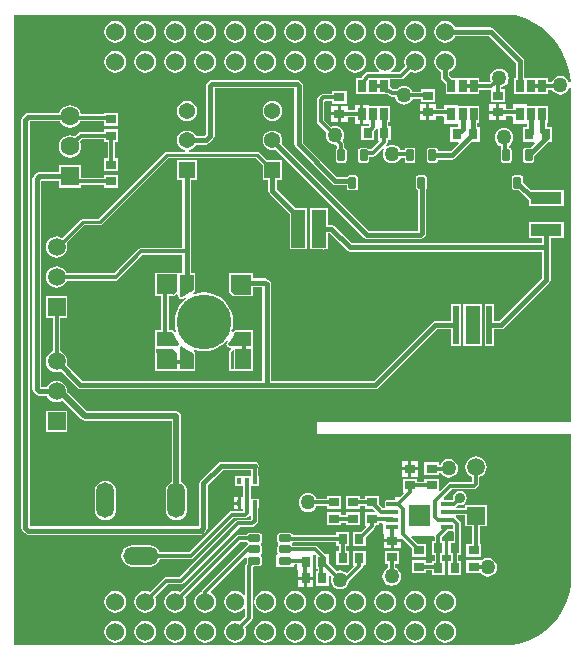
<source format=gtl>
G04*
G04 #@! TF.GenerationSoftware,Altium Limited,Altium Designer,23.2.1 (34)*
G04*
G04 Layer_Physical_Order=1*
G04 Layer_Color=255*
%FSLAX44Y44*%
%MOMM*%
G71*
G04*
G04 #@! TF.SameCoordinates,98CE878A-1806-4984-BA15-9BEB6A1E334D*
G04*
G04*
G04 #@! TF.FilePolarity,Positive*
G04*
G01*
G75*
%ADD10C,0.2500*%
%ADD22C,0.5000*%
%ADD25R,1.3000X3.3000*%
%ADD26R,1.1500X3.2000*%
%ADD27R,0.9000X0.8000*%
G04:AMPARAMS|DCode=28|XSize=0.41mm|YSize=1.02mm|CornerRadius=0.1025mm|HoleSize=0mm|Usage=FLASHONLY|Rotation=90.000|XOffset=0mm|YOffset=0mm|HoleType=Round|Shape=RoundedRectangle|*
%AMROUNDEDRECTD28*
21,1,0.4100,0.8150,0,0,90.0*
21,1,0.2050,1.0200,0,0,90.0*
1,1,0.2050,0.4075,0.1025*
1,1,0.2050,0.4075,-0.1025*
1,1,0.2050,-0.4075,-0.1025*
1,1,0.2050,-0.4075,0.1025*
%
%ADD28ROUNDEDRECTD28*%
%ADD29R,0.4000X0.5000*%
%ADD30C,4.6400*%
%ADD31R,0.5000X3.3000*%
%ADD32R,2.6000X1.1000*%
G04:AMPARAMS|DCode=33|XSize=0.6mm|YSize=1mm|CornerRadius=0.075mm|HoleSize=0mm|Usage=FLASHONLY|Rotation=180.000|XOffset=0mm|YOffset=0mm|HoleType=Round|Shape=RoundedRectangle|*
%AMROUNDEDRECTD33*
21,1,0.6000,0.8500,0,0,180.0*
21,1,0.4500,1.0000,0,0,180.0*
1,1,0.1500,-0.2250,0.4250*
1,1,0.1500,0.2250,0.4250*
1,1,0.1500,0.2250,-0.4250*
1,1,0.1500,-0.2250,-0.4250*
%
%ADD33ROUNDEDRECTD33*%
%ADD34R,0.6500X1.1000*%
%ADD35R,0.8000X0.9000*%
G04:AMPARAMS|DCode=36|XSize=0.6mm|YSize=1mm|CornerRadius=0.075mm|HoleSize=0mm|Usage=FLASHONLY|Rotation=90.000|XOffset=0mm|YOffset=0mm|HoleType=Round|Shape=RoundedRectangle|*
%AMROUNDEDRECTD36*
21,1,0.6000,0.8500,0,0,90.0*
21,1,0.4500,1.0000,0,0,90.0*
1,1,0.1500,0.4250,0.2250*
1,1,0.1500,0.4250,-0.2250*
1,1,0.1500,-0.4250,-0.2250*
1,1,0.1500,-0.4250,0.2250*
%
%ADD36ROUNDEDRECTD36*%
%ADD50C,1.3716*%
%ADD51R,1.3716X1.3716*%
%ADD62R,1.7400X1.4000*%
%ADD63R,1.2100X1.1600*%
%ADD64R,1.4400X1.7000*%
%ADD65R,1.1600X1.2100*%
%ADD66C,0.4000*%
%ADD67C,0.3000*%
%ADD68C,1.6000*%
%ADD69R,1.6000X1.6000*%
%ADD70R,1.5000X1.5000*%
%ADD71C,1.5000*%
%ADD72C,1.5240*%
%ADD73O,1.5000X3.0000*%
%ADD74O,3.0000X1.5000*%
%ADD75C,0.7000*%
%ADD76C,0.6000*%
%ADD77C,1.0000*%
%ADD78C,1.2700*%
%ADD79C,0.9000*%
G36*
X429816Y539887D02*
X429816Y539887D01*
X433166Y539033D01*
X439638Y536598D01*
X445804Y533466D01*
X451588Y529676D01*
X456921Y525274D01*
X461738Y520312D01*
X465981Y514851D01*
X469598Y508957D01*
X472546Y502701D01*
X474788Y496160D01*
X476298Y489411D01*
X476971Y483321D01*
X475728Y483002D01*
X475111Y484493D01*
X473853Y486133D01*
X472213Y487391D01*
X470303Y488182D01*
X468254Y488452D01*
X466205Y488182D01*
X464295Y487391D01*
X462655Y486133D01*
X461397Y484493D01*
X460750Y482930D01*
X457799D01*
Y486871D01*
X449569D01*
X448299Y486871D01*
Y486871D01*
X448299D01*
Y486871D01*
X437618D01*
Y501089D01*
X437346Y502455D01*
X436573Y503612D01*
X411820Y528365D01*
X410662Y529138D01*
X409296Y529410D01*
X379155D01*
X378728Y530441D01*
X377266Y532346D01*
X375361Y533808D01*
X373143Y534727D01*
X370762Y535040D01*
X368381Y534727D01*
X366162Y533808D01*
X364257Y532346D01*
X362795Y530441D01*
X361876Y528222D01*
X361563Y525841D01*
X361876Y523461D01*
X362795Y521242D01*
X364257Y519337D01*
X366162Y517875D01*
X368381Y516956D01*
X370762Y516643D01*
X373143Y516956D01*
X375361Y517875D01*
X377266Y519337D01*
X378728Y521242D01*
X379155Y522273D01*
X407818D01*
X430481Y499611D01*
Y486871D01*
X429299D01*
Y472871D01*
X447029D01*
X448299Y472871D01*
Y472871D01*
X448299D01*
Y472871D01*
X457799D01*
Y476812D01*
X461299D01*
X461397Y476575D01*
X462655Y474935D01*
X464295Y473677D01*
X466205Y472886D01*
X468254Y472616D01*
X470303Y472886D01*
X472213Y473677D01*
X473853Y474935D01*
X475111Y476575D01*
X475787Y478208D01*
X477057Y477955D01*
X477057Y195667D01*
X262004Y195667D01*
X262004Y185507D01*
X477057Y185507D01*
Y60220D01*
X477057Y60220D01*
X476852Y56500D01*
X475473Y49176D01*
X473151Y42094D01*
X469924Y35377D01*
X465847Y29137D01*
X460991Y23484D01*
X455439Y18513D01*
X449286Y14309D01*
X442636Y10943D01*
X435604Y8475D01*
X428310Y6946D01*
X420878Y6382D01*
X417158Y6587D01*
X78109Y6587D01*
X5601D01*
Y539887D01*
X429815D01*
X429816Y539887D01*
D02*
G37*
%LPC*%
G36*
X345362Y535040D02*
X342981Y534727D01*
X340762Y533808D01*
X338857Y532346D01*
X337395Y530441D01*
X336476Y528222D01*
X336163Y525841D01*
X336476Y523461D01*
X337395Y521242D01*
X338857Y519337D01*
X340762Y517875D01*
X342981Y516956D01*
X345362Y516643D01*
X347743Y516956D01*
X349961Y517875D01*
X351866Y519337D01*
X353328Y521242D01*
X354247Y523461D01*
X354560Y525841D01*
X354247Y528222D01*
X353328Y530441D01*
X351866Y532346D01*
X349961Y533808D01*
X347743Y534727D01*
X345362Y535040D01*
D02*
G37*
G36*
X319962D02*
X317581Y534727D01*
X315362Y533808D01*
X313457Y532346D01*
X311995Y530441D01*
X311076Y528222D01*
X310763Y525841D01*
X311076Y523461D01*
X311995Y521242D01*
X313457Y519337D01*
X315362Y517875D01*
X317581Y516956D01*
X319962Y516643D01*
X322342Y516956D01*
X324561Y517875D01*
X326466Y519337D01*
X327928Y521242D01*
X328847Y523461D01*
X329160Y525841D01*
X328847Y528222D01*
X327928Y530441D01*
X326466Y532346D01*
X324561Y533808D01*
X322342Y534727D01*
X319962Y535040D01*
D02*
G37*
G36*
X294562D02*
X292181Y534727D01*
X289962Y533808D01*
X288057Y532346D01*
X286595Y530441D01*
X285676Y528222D01*
X285363Y525841D01*
X285676Y523461D01*
X286595Y521242D01*
X288057Y519337D01*
X289962Y517875D01*
X292181Y516956D01*
X294562Y516643D01*
X296943Y516956D01*
X299161Y517875D01*
X301066Y519337D01*
X302528Y521242D01*
X303447Y523461D01*
X303760Y525841D01*
X303447Y528222D01*
X302528Y530441D01*
X301066Y532346D01*
X299161Y533808D01*
X296943Y534727D01*
X294562Y535040D01*
D02*
G37*
G36*
X269162D02*
X266781Y534727D01*
X264562Y533808D01*
X262657Y532346D01*
X261195Y530441D01*
X260276Y528222D01*
X259963Y525841D01*
X260276Y523461D01*
X261195Y521242D01*
X262657Y519337D01*
X264562Y517875D01*
X266781Y516956D01*
X269162Y516643D01*
X271542Y516956D01*
X273761Y517875D01*
X275666Y519337D01*
X277128Y521242D01*
X278047Y523461D01*
X278360Y525841D01*
X278047Y528222D01*
X277128Y530441D01*
X275666Y532346D01*
X273761Y533808D01*
X271542Y534727D01*
X269162Y535040D01*
D02*
G37*
G36*
X243762D02*
X241381Y534727D01*
X239162Y533808D01*
X237257Y532346D01*
X235795Y530441D01*
X234876Y528222D01*
X234563Y525841D01*
X234876Y523461D01*
X235795Y521242D01*
X237257Y519337D01*
X239162Y517875D01*
X241381Y516956D01*
X243762Y516643D01*
X246143Y516956D01*
X248361Y517875D01*
X250266Y519337D01*
X251728Y521242D01*
X252647Y523461D01*
X252960Y525841D01*
X252647Y528222D01*
X251728Y530441D01*
X250266Y532346D01*
X248361Y533808D01*
X246143Y534727D01*
X243762Y535040D01*
D02*
G37*
G36*
X218362D02*
X215981Y534727D01*
X213762Y533808D01*
X211857Y532346D01*
X210395Y530441D01*
X209476Y528222D01*
X209163Y525841D01*
X209476Y523461D01*
X210395Y521242D01*
X211857Y519337D01*
X213762Y517875D01*
X215981Y516956D01*
X218362Y516643D01*
X220742Y516956D01*
X222961Y517875D01*
X224866Y519337D01*
X226328Y521242D01*
X227247Y523461D01*
X227560Y525841D01*
X227247Y528222D01*
X226328Y530441D01*
X224866Y532346D01*
X222961Y533808D01*
X220742Y534727D01*
X218362Y535040D01*
D02*
G37*
G36*
X192962D02*
X190581Y534727D01*
X188362Y533808D01*
X186457Y532346D01*
X184995Y530441D01*
X184076Y528222D01*
X183763Y525841D01*
X184076Y523461D01*
X184995Y521242D01*
X186457Y519337D01*
X188362Y517875D01*
X190581Y516956D01*
X192962Y516643D01*
X195343Y516956D01*
X197561Y517875D01*
X199466Y519337D01*
X200928Y521242D01*
X201847Y523461D01*
X202160Y525841D01*
X201847Y528222D01*
X200928Y530441D01*
X199466Y532346D01*
X197561Y533808D01*
X195343Y534727D01*
X192962Y535040D01*
D02*
G37*
G36*
X167562D02*
X165181Y534727D01*
X162962Y533808D01*
X161057Y532346D01*
X159595Y530441D01*
X158676Y528222D01*
X158363Y525841D01*
X158676Y523461D01*
X159595Y521242D01*
X161057Y519337D01*
X162962Y517875D01*
X165181Y516956D01*
X167562Y516643D01*
X169942Y516956D01*
X172161Y517875D01*
X174066Y519337D01*
X175528Y521242D01*
X176447Y523461D01*
X176760Y525841D01*
X176447Y528222D01*
X175528Y530441D01*
X174066Y532346D01*
X172161Y533808D01*
X169942Y534727D01*
X167562Y535040D01*
D02*
G37*
G36*
X142162D02*
X139781Y534727D01*
X137562Y533808D01*
X135657Y532346D01*
X134195Y530441D01*
X133276Y528222D01*
X132963Y525841D01*
X133276Y523461D01*
X134195Y521242D01*
X135657Y519337D01*
X137562Y517875D01*
X139781Y516956D01*
X142162Y516643D01*
X144543Y516956D01*
X146761Y517875D01*
X148666Y519337D01*
X150128Y521242D01*
X151047Y523461D01*
X151360Y525841D01*
X151047Y528222D01*
X150128Y530441D01*
X148666Y532346D01*
X146761Y533808D01*
X144543Y534727D01*
X142162Y535040D01*
D02*
G37*
G36*
X116762D02*
X114381Y534727D01*
X112162Y533808D01*
X110257Y532346D01*
X108795Y530441D01*
X107876Y528222D01*
X107563Y525841D01*
X107876Y523461D01*
X108795Y521242D01*
X110257Y519337D01*
X112162Y517875D01*
X114381Y516956D01*
X116762Y516643D01*
X119143Y516956D01*
X121361Y517875D01*
X123266Y519337D01*
X124728Y521242D01*
X125647Y523461D01*
X125960Y525841D01*
X125647Y528222D01*
X124728Y530441D01*
X123266Y532346D01*
X121361Y533808D01*
X119143Y534727D01*
X116762Y535040D01*
D02*
G37*
G36*
X91362D02*
X88981Y534727D01*
X86762Y533808D01*
X84857Y532346D01*
X83395Y530441D01*
X82476Y528222D01*
X82163Y525841D01*
X82476Y523461D01*
X83395Y521242D01*
X84857Y519337D01*
X86762Y517875D01*
X88981Y516956D01*
X91362Y516643D01*
X93743Y516956D01*
X95961Y517875D01*
X97866Y519337D01*
X99328Y521242D01*
X100247Y523461D01*
X100560Y525841D01*
X100247Y528222D01*
X99328Y530441D01*
X97866Y532346D01*
X95961Y533808D01*
X93743Y534727D01*
X91362Y535040D01*
D02*
G37*
G36*
X345362Y509640D02*
X342981Y509327D01*
X340762Y508408D01*
X338857Y506946D01*
X337395Y505041D01*
X336476Y502822D01*
X336163Y500441D01*
X336476Y498061D01*
X337114Y496520D01*
X332200Y491606D01*
X325514D01*
X325083Y492876D01*
X326466Y493937D01*
X327928Y495842D01*
X328847Y498061D01*
X329160Y500441D01*
X328847Y502822D01*
X327928Y505041D01*
X326466Y506946D01*
X324561Y508408D01*
X322342Y509327D01*
X319962Y509640D01*
X317581Y509327D01*
X315362Y508408D01*
X313457Y506946D01*
X311995Y505041D01*
X311076Y502822D01*
X310763Y500441D01*
X311076Y498061D01*
X311995Y495842D01*
X313457Y493937D01*
X314840Y492876D01*
X314409Y491606D01*
X305201D01*
X304563Y491479D01*
X304031Y491373D01*
X304031Y491373D01*
X304031Y491373D01*
X303494Y491015D01*
X303039Y490710D01*
X301281Y488953D01*
X301281Y488953D01*
X301281Y488953D01*
X300900Y488383D01*
X300618Y487961D01*
X300618Y487961D01*
X300618Y487960D01*
X300509Y487416D01*
X300436Y487047D01*
X295444D01*
Y473047D01*
X303674D01*
X304944Y473047D01*
Y473047D01*
X304944D01*
Y473047D01*
X320648D01*
X320944Y472988D01*
X321927D01*
X323120Y471795D01*
X323120Y471795D01*
X324112Y471132D01*
X325283Y470899D01*
X328124D01*
X328235Y470052D01*
X329026Y468143D01*
X330284Y466503D01*
X331924Y465245D01*
X333834Y464454D01*
X335883Y464184D01*
X337932Y464454D01*
X339842Y465245D01*
X341482Y466503D01*
X342740Y468143D01*
X343113Y469043D01*
X350026D01*
Y466170D01*
X362026D01*
Y477170D01*
X350026D01*
Y475160D01*
X343113D01*
X342740Y476060D01*
X341482Y477700D01*
X339842Y478959D01*
X337932Y479749D01*
X335883Y480019D01*
X333834Y479749D01*
X331924Y478959D01*
X330284Y477700D01*
X329760Y477017D01*
X326550D01*
X325356Y478210D01*
X324364Y478873D01*
X323944Y478957D01*
Y485488D01*
X333467D01*
X333467Y485488D01*
X334638Y485721D01*
X335630Y486384D01*
X341440Y492194D01*
X342981Y491556D01*
X345362Y491243D01*
X347743Y491556D01*
X349961Y492475D01*
X351866Y493937D01*
X353328Y495842D01*
X354247Y498061D01*
X354560Y500441D01*
X354247Y502822D01*
X353328Y505041D01*
X351866Y506946D01*
X349961Y508408D01*
X347743Y509327D01*
X345362Y509640D01*
D02*
G37*
G36*
X294562D02*
X292181Y509327D01*
X289962Y508408D01*
X288057Y506946D01*
X286595Y505041D01*
X285676Y502822D01*
X285363Y500441D01*
X285676Y498061D01*
X286595Y495842D01*
X288057Y493937D01*
X289962Y492475D01*
X292181Y491556D01*
X294562Y491243D01*
X296943Y491556D01*
X299161Y492475D01*
X301066Y493937D01*
X302528Y495842D01*
X303447Y498061D01*
X303760Y500441D01*
X303447Y502822D01*
X302528Y505041D01*
X301066Y506946D01*
X299161Y508408D01*
X296943Y509327D01*
X294562Y509640D01*
D02*
G37*
G36*
X269162D02*
X266781Y509327D01*
X264562Y508408D01*
X262657Y506946D01*
X261195Y505041D01*
X260276Y502822D01*
X259963Y500441D01*
X260276Y498061D01*
X261195Y495842D01*
X262657Y493937D01*
X264562Y492475D01*
X266781Y491556D01*
X269162Y491243D01*
X271542Y491556D01*
X273761Y492475D01*
X275666Y493937D01*
X277128Y495842D01*
X278047Y498061D01*
X278360Y500441D01*
X278047Y502822D01*
X277128Y505041D01*
X275666Y506946D01*
X273761Y508408D01*
X271542Y509327D01*
X269162Y509640D01*
D02*
G37*
G36*
X243762D02*
X241381Y509327D01*
X239162Y508408D01*
X237257Y506946D01*
X235795Y505041D01*
X234876Y502822D01*
X234563Y500441D01*
X234876Y498061D01*
X235795Y495842D01*
X237257Y493937D01*
X239162Y492475D01*
X241381Y491556D01*
X243762Y491243D01*
X246143Y491556D01*
X248361Y492475D01*
X250266Y493937D01*
X251728Y495842D01*
X252647Y498061D01*
X252960Y500441D01*
X252647Y502822D01*
X251728Y505041D01*
X250266Y506946D01*
X248361Y508408D01*
X246143Y509327D01*
X243762Y509640D01*
D02*
G37*
G36*
X218362D02*
X215981Y509327D01*
X213762Y508408D01*
X211857Y506946D01*
X210395Y505041D01*
X209476Y502822D01*
X209163Y500441D01*
X209476Y498061D01*
X210395Y495842D01*
X211857Y493937D01*
X213762Y492475D01*
X215981Y491556D01*
X218362Y491243D01*
X220742Y491556D01*
X222961Y492475D01*
X224866Y493937D01*
X226328Y495842D01*
X227247Y498061D01*
X227560Y500441D01*
X227247Y502822D01*
X226328Y505041D01*
X224866Y506946D01*
X222961Y508408D01*
X220742Y509327D01*
X218362Y509640D01*
D02*
G37*
G36*
X192962D02*
X190581Y509327D01*
X188362Y508408D01*
X186457Y506946D01*
X184995Y505041D01*
X184076Y502822D01*
X183763Y500441D01*
X184076Y498061D01*
X184995Y495842D01*
X186457Y493937D01*
X188362Y492475D01*
X190581Y491556D01*
X192962Y491243D01*
X195343Y491556D01*
X197561Y492475D01*
X199466Y493937D01*
X200928Y495842D01*
X201847Y498061D01*
X202160Y500441D01*
X201847Y502822D01*
X200928Y505041D01*
X199466Y506946D01*
X197561Y508408D01*
X195343Y509327D01*
X192962Y509640D01*
D02*
G37*
G36*
X167562D02*
X165181Y509327D01*
X162962Y508408D01*
X161057Y506946D01*
X159595Y505041D01*
X158676Y502822D01*
X158363Y500441D01*
X158676Y498061D01*
X159595Y495842D01*
X161057Y493937D01*
X162962Y492475D01*
X165181Y491556D01*
X167562Y491243D01*
X169942Y491556D01*
X172161Y492475D01*
X174066Y493937D01*
X175528Y495842D01*
X176447Y498061D01*
X176760Y500441D01*
X176447Y502822D01*
X175528Y505041D01*
X174066Y506946D01*
X172161Y508408D01*
X169942Y509327D01*
X167562Y509640D01*
D02*
G37*
G36*
X142162D02*
X139781Y509327D01*
X137562Y508408D01*
X135657Y506946D01*
X134195Y505041D01*
X133276Y502822D01*
X132963Y500441D01*
X133276Y498061D01*
X134195Y495842D01*
X135657Y493937D01*
X137562Y492475D01*
X139781Y491556D01*
X142162Y491243D01*
X144543Y491556D01*
X146761Y492475D01*
X148666Y493937D01*
X150128Y495842D01*
X151047Y498061D01*
X151360Y500441D01*
X151047Y502822D01*
X150128Y505041D01*
X148666Y506946D01*
X146761Y508408D01*
X144543Y509327D01*
X142162Y509640D01*
D02*
G37*
G36*
X116762D02*
X114381Y509327D01*
X112162Y508408D01*
X110257Y506946D01*
X108795Y505041D01*
X107876Y502822D01*
X107563Y500441D01*
X107876Y498061D01*
X108795Y495842D01*
X110257Y493937D01*
X112162Y492475D01*
X114381Y491556D01*
X116762Y491243D01*
X119143Y491556D01*
X121361Y492475D01*
X123266Y493937D01*
X124728Y495842D01*
X125647Y498061D01*
X125960Y500441D01*
X125647Y502822D01*
X124728Y505041D01*
X123266Y506946D01*
X121361Y508408D01*
X119143Y509327D01*
X116762Y509640D01*
D02*
G37*
G36*
X91362D02*
X88981Y509327D01*
X86762Y508408D01*
X84857Y506946D01*
X83395Y505041D01*
X82476Y502822D01*
X82163Y500441D01*
X82476Y498061D01*
X83395Y495842D01*
X84857Y493937D01*
X86762Y492475D01*
X88981Y491556D01*
X91362Y491243D01*
X93743Y491556D01*
X95961Y492475D01*
X97866Y493937D01*
X99328Y495842D01*
X100247Y498061D01*
X100560Y500441D01*
X100247Y502822D01*
X99328Y505041D01*
X97866Y506946D01*
X95961Y508408D01*
X93743Y509327D01*
X91362Y509640D01*
D02*
G37*
G36*
X370762D02*
X368381Y509327D01*
X366162Y508408D01*
X364257Y506946D01*
X362795Y505041D01*
X361876Y502822D01*
X361563Y500441D01*
X361876Y498061D01*
X362795Y495842D01*
X364257Y493937D01*
X366162Y492475D01*
X367193Y492048D01*
Y487262D01*
X367465Y485896D01*
X368238Y484739D01*
X371153Y481824D01*
Y472871D01*
X379383D01*
X380653Y472871D01*
X381923Y472871D01*
X399652D01*
Y476812D01*
X409099D01*
Y466170D01*
X421099D01*
Y477170D01*
X418158D01*
Y478890D01*
X418727Y478965D01*
X420637Y479756D01*
X422277Y481014D01*
X423535Y482654D01*
X424326Y484564D01*
X424596Y486613D01*
X424326Y488662D01*
X423535Y490572D01*
X422277Y492212D01*
X420637Y493470D01*
X418727Y494261D01*
X416678Y494531D01*
X414629Y494261D01*
X412719Y493470D01*
X411080Y492212D01*
X409821Y490572D01*
X409030Y488662D01*
X408760Y486613D01*
X409030Y484564D01*
X409287Y483944D01*
X408478Y482930D01*
X399652D01*
Y486871D01*
X381923D01*
X380653Y486871D01*
X379383Y486871D01*
X376199D01*
X374330Y488740D01*
Y492048D01*
X375361Y492475D01*
X377266Y493937D01*
X378728Y495842D01*
X379647Y498061D01*
X379960Y500441D01*
X379647Y502822D01*
X378728Y505041D01*
X377266Y506946D01*
X375361Y508408D01*
X373143Y509327D01*
X370762Y509640D01*
D02*
G37*
G36*
X287211Y475766D02*
X275211D01*
Y473324D01*
X267681D01*
X266510Y473092D01*
X265518Y472429D01*
X265518Y472429D01*
X263241Y470151D01*
X262578Y469159D01*
X262345Y467988D01*
X262345Y467988D01*
Y450038D01*
X262345Y450038D01*
X262578Y448867D01*
X263241Y447875D01*
X270111Y441005D01*
X269738Y440105D01*
X269468Y438055D01*
X269738Y436006D01*
X270529Y434096D01*
X271787Y432457D01*
X273427Y431199D01*
X275336Y430407D01*
X277386Y430138D01*
X278240Y430250D01*
X279203Y429288D01*
Y427197D01*
X278800Y426927D01*
X278302Y426183D01*
X278128Y425305D01*
Y416805D01*
X278302Y415927D01*
X278800Y415183D01*
X279544Y414686D01*
X280422Y414511D01*
X284922D01*
X285800Y414686D01*
X286544Y415183D01*
X287041Y415927D01*
X287216Y416805D01*
Y425305D01*
X287041Y426183D01*
X286544Y426927D01*
X285800Y427425D01*
X285320Y427520D01*
Y430555D01*
X285087Y431725D01*
X284424Y432718D01*
X284102Y433914D01*
X284243Y434096D01*
X285034Y436006D01*
X285303Y438055D01*
X285034Y440105D01*
X284243Y442014D01*
X282984Y443654D01*
X281345Y444912D01*
X279435Y445703D01*
X277386Y445973D01*
X275336Y445703D01*
X274436Y445331D01*
X268462Y451305D01*
Y466721D01*
X268948Y467207D01*
X275211D01*
Y464766D01*
X287211D01*
Y475766D01*
D02*
G37*
G36*
X427986Y464598D02*
Y460729D01*
X422139D01*
Y464210D01*
X416369D01*
Y457670D01*
Y451130D01*
X422139D01*
Y454611D01*
X427088D01*
X427986Y453713D01*
X427986Y447869D01*
X428259Y447831D01*
X429240Y447831D01*
X439839D01*
X439980Y446619D01*
Y444823D01*
X436576D01*
Y432823D01*
X446168D01*
X446694Y431553D01*
X442837Y427697D01*
X439090D01*
X438212Y427522D01*
X437468Y427025D01*
X436971Y426281D01*
X436796Y425403D01*
Y416903D01*
X436971Y416025D01*
X437468Y415281D01*
X438212Y414783D01*
X439090Y414609D01*
X443590D01*
X444468Y414783D01*
X445212Y415281D01*
X445710Y416025D01*
X445884Y416903D01*
Y420650D01*
X458057Y432823D01*
X461576D01*
Y444823D01*
X456618D01*
Y448871D01*
X457799D01*
Y462871D01*
X449569D01*
X448299Y462871D01*
X447029Y462871D01*
X440320D01*
Y464598D01*
X427986Y464598D01*
D02*
G37*
G36*
X298924Y464087D02*
X294404D01*
Y459324D01*
X288251D01*
Y462805D01*
X282481D01*
Y456265D01*
Y449725D01*
X288251D01*
Y453206D01*
X294404D01*
Y448007D01*
X298924D01*
Y456047D01*
Y464087D01*
D02*
G37*
G36*
X354756Y464210D02*
X348986D01*
Y458940D01*
X354756D01*
Y464210D01*
D02*
G37*
G36*
X413829D02*
X408059D01*
Y458940D01*
X413829D01*
Y464210D01*
D02*
G37*
G36*
X279941Y462805D02*
X274171D01*
Y457535D01*
X279941D01*
Y462805D01*
D02*
G37*
G36*
X413829Y456400D02*
X408059D01*
Y451130D01*
X413829D01*
Y456400D01*
D02*
G37*
G36*
X354756D02*
X348986D01*
Y451130D01*
X354756D01*
Y456400D01*
D02*
G37*
G36*
X224514Y467193D02*
X222332Y466906D01*
X220299Y466064D01*
X218553Y464724D01*
X217213Y462978D01*
X216371Y460945D01*
X216084Y458763D01*
X216371Y456581D01*
X217213Y454548D01*
X218553Y452802D01*
X220299Y451462D01*
X222332Y450620D01*
X224514Y450333D01*
X226696Y450620D01*
X228729Y451462D01*
X230475Y452802D01*
X231815Y454548D01*
X232657Y456581D01*
X232944Y458763D01*
X232657Y460945D01*
X231815Y462978D01*
X230475Y464724D01*
X228729Y466064D01*
X226696Y466906D01*
X224514Y467193D01*
D02*
G37*
G36*
X152127D02*
X149945Y466906D01*
X147912Y466064D01*
X146166Y464724D01*
X144826Y462978D01*
X143984Y460945D01*
X143697Y458763D01*
X143984Y456581D01*
X144826Y454548D01*
X146166Y452802D01*
X147912Y451462D01*
X149945Y450620D01*
X152127Y450333D01*
X154309Y450620D01*
X156342Y451462D01*
X158088Y452802D01*
X159428Y454548D01*
X160270Y456581D01*
X160557Y458763D01*
X160270Y460945D01*
X159428Y462978D01*
X158088Y464724D01*
X156342Y466064D01*
X154309Y466906D01*
X152127Y467193D01*
D02*
G37*
G36*
X279941Y454995D02*
X274171D01*
Y449725D01*
X279941D01*
Y454995D01*
D02*
G37*
G36*
X53135Y463675D02*
X50655Y463349D01*
X48344Y462392D01*
X46360Y460869D01*
X44837Y458885D01*
X44180Y457299D01*
X17710D01*
X16344Y457027D01*
X15187Y456254D01*
X12843Y453911D01*
X12070Y452753D01*
X11798Y451387D01*
Y105860D01*
X12070Y104494D01*
X12843Y103336D01*
X15187Y100993D01*
X16344Y100220D01*
X17710Y99948D01*
X163752D01*
X165118Y100220D01*
X166276Y100993D01*
X168619Y103336D01*
X169392Y104494D01*
X169664Y105860D01*
Y141949D01*
X182376Y154661D01*
X206427D01*
Y149493D01*
X192985D01*
Y141493D01*
X199927D01*
Y131532D01*
X197755D01*
Y126492D01*
Y121453D01*
X199927D01*
Y120059D01*
X190171D01*
X189000Y119826D01*
X188008Y119163D01*
X188008Y119163D01*
X153947Y85102D01*
X129098D01*
X128485Y86582D01*
X127043Y88462D01*
X125163Y89905D01*
X122973Y90812D01*
X120624Y91121D01*
X105624D01*
X103274Y90812D01*
X101085Y89905D01*
X99205Y88462D01*
X97762Y86582D01*
X96856Y84393D01*
X96546Y82043D01*
X96856Y79694D01*
X97762Y77505D01*
X99205Y75625D01*
X101085Y74182D01*
X103274Y73275D01*
X105624Y72966D01*
X120624D01*
X122973Y73275D01*
X125163Y74182D01*
X127043Y75625D01*
X128485Y77505D01*
X129098Y78985D01*
X155214D01*
X155214Y78985D01*
X156385Y79218D01*
X157377Y79880D01*
X191438Y113941D01*
X201228D01*
X201228Y113941D01*
X202399Y114174D01*
X203391Y114837D01*
X205148Y116594D01*
X205148Y116594D01*
X205156Y116607D01*
X206427Y116221D01*
Y113078D01*
X205947Y112598D01*
X195602D01*
X194432Y112365D01*
X193439Y111702D01*
X193439Y111702D01*
X145774Y64037D01*
X134499D01*
X133328Y63804D01*
X132336Y63141D01*
X132336Y63141D01*
X120683Y51488D01*
X119143Y52127D01*
X116762Y52440D01*
X114381Y52127D01*
X112162Y51208D01*
X110257Y49746D01*
X108795Y47841D01*
X107876Y45622D01*
X107563Y43241D01*
X107876Y40861D01*
X108795Y38642D01*
X110257Y36737D01*
X112162Y35275D01*
X114381Y34356D01*
X116762Y34043D01*
X119143Y34356D01*
X121361Y35275D01*
X123266Y36737D01*
X124728Y38642D01*
X125647Y40861D01*
X125960Y43241D01*
X125647Y45622D01*
X125009Y47163D01*
X135766Y57920D01*
X147041D01*
X147041Y57920D01*
X148212Y58153D01*
X149204Y58816D01*
X196869Y106481D01*
X207214D01*
X207214Y106481D01*
X208384Y106713D01*
X209377Y107376D01*
X211648Y109648D01*
X211648Y109648D01*
X212311Y110640D01*
X212544Y111811D01*
X212544Y111811D01*
Y122493D01*
X212985D01*
Y130492D01*
X206044D01*
Y141493D01*
X212985D01*
Y149493D01*
X212544D01*
Y156687D01*
X212662Y156864D01*
X212934Y158229D01*
X212662Y159595D01*
X211888Y160753D01*
X210730Y161526D01*
X209365Y161798D01*
X180898D01*
X179532Y161526D01*
X178374Y160753D01*
X163572Y145950D01*
X162798Y144792D01*
X162527Y143427D01*
Y107338D01*
X162274Y107085D01*
X19188D01*
X18935Y107338D01*
Y449909D01*
X19188Y450162D01*
X44481D01*
X44837Y449302D01*
X46360Y447318D01*
X48344Y445795D01*
X50655Y444838D01*
X53135Y444511D01*
X55615Y444838D01*
X57926Y445795D01*
X59911Y447318D01*
X61433Y449302D01*
X61693Y449930D01*
X81519D01*
Y446384D01*
X93519D01*
Y457384D01*
X81519D01*
Y456047D01*
X62460D01*
X62391Y456573D01*
X61433Y458885D01*
X59911Y460869D01*
X57926Y462392D01*
X55615Y463349D01*
X53135Y463675D01*
D02*
G37*
G36*
X93519Y443383D02*
X81519D01*
Y440942D01*
X62325D01*
X62325Y440942D01*
X61155Y440709D01*
X60162Y440046D01*
X60162Y440046D01*
X57347Y437231D01*
X55615Y437949D01*
X53135Y438275D01*
X50655Y437949D01*
X48344Y436992D01*
X46360Y435469D01*
X44837Y433484D01*
X43880Y431174D01*
X43553Y428694D01*
X43880Y426213D01*
X44837Y423903D01*
X46360Y421918D01*
X48344Y420395D01*
X50655Y419438D01*
X53135Y419112D01*
X55615Y419438D01*
X57926Y420395D01*
X59911Y421918D01*
X61433Y423903D01*
X62391Y426213D01*
X62717Y428694D01*
X62391Y431174D01*
X61673Y432906D01*
X63592Y434825D01*
X81519D01*
Y432383D01*
X84997D01*
Y418781D01*
X82056D01*
Y407781D01*
X94056D01*
Y418781D01*
X91114D01*
Y432383D01*
X93519D01*
Y443383D01*
D02*
G37*
G36*
X305984Y464087D02*
X301464D01*
Y456047D01*
Y448007D01*
X305895D01*
X306562Y446977D01*
X306094Y445955D01*
X299529D01*
Y433955D01*
X310529D01*
Y441630D01*
X311857Y442958D01*
X311857Y442958D01*
X312259Y443560D01*
X313529Y443174D01*
Y433955D01*
X314188D01*
X314714Y432685D01*
X308226Y426198D01*
X306031D01*
X305544Y426927D01*
X304799Y427425D01*
X303922Y427599D01*
X299422D01*
X298544Y427425D01*
X297799Y426927D01*
X297302Y426183D01*
X297128Y425305D01*
Y416805D01*
X297302Y415927D01*
X297799Y415183D01*
X298544Y414686D01*
X299422Y414511D01*
X303922D01*
X304799Y414686D01*
X305544Y415183D01*
X306041Y415927D01*
X306216Y416805D01*
Y420080D01*
X309493D01*
X309493Y420080D01*
X310664Y420313D01*
X311656Y420976D01*
X318212Y427532D01*
X319169Y426693D01*
X318829Y426250D01*
X318038Y424340D01*
X317768Y422291D01*
X318038Y420241D01*
X318829Y418332D01*
X320087Y416692D01*
X321727Y415434D01*
X323637Y414643D01*
X325686Y414373D01*
X327735Y414643D01*
X329645Y415434D01*
X331284Y416692D01*
X332543Y418332D01*
X332916Y419232D01*
X336442D01*
Y416903D01*
X336616Y416025D01*
X337114Y415281D01*
X337858Y414783D01*
X338736Y414609D01*
X343236D01*
X344114Y414783D01*
X344858Y415281D01*
X345355Y416025D01*
X345530Y416903D01*
Y425403D01*
X345355Y426281D01*
X344858Y427025D01*
X344114Y427522D01*
X343236Y427697D01*
X338736D01*
X337858Y427522D01*
X337114Y427025D01*
X336616Y426281D01*
X336442Y425403D01*
Y425349D01*
X332916D01*
X332543Y426250D01*
X331284Y427889D01*
X329645Y429148D01*
X327735Y429939D01*
X325686Y430208D01*
X323637Y429939D01*
X321727Y429148D01*
X321283Y428807D01*
X320444Y429764D01*
X321192Y430512D01*
X321855Y431504D01*
X322088Y432675D01*
Y433955D01*
X324529D01*
Y445955D01*
X322545D01*
Y449047D01*
X323944D01*
Y463047D01*
X305984D01*
Y464087D01*
D02*
G37*
G36*
X363066Y464210D02*
X357296D01*
Y457670D01*
Y451130D01*
X363066D01*
Y454611D01*
X369214D01*
X370112Y453713D01*
X370112Y447831D01*
X370113Y447831D01*
X371382Y447831D01*
X381693D01*
X381834Y446620D01*
Y445237D01*
X381421Y444823D01*
X374967D01*
Y432823D01*
X381761D01*
X382247Y431650D01*
X375319Y424721D01*
X364529D01*
Y425403D01*
X364355Y426281D01*
X363858Y427025D01*
X363113Y427522D01*
X362235Y427697D01*
X357735D01*
X356858Y427522D01*
X356113Y427025D01*
X355616Y426281D01*
X355441Y425403D01*
Y416903D01*
X355616Y416025D01*
X356113Y415281D01*
X356858Y414783D01*
X357735Y414609D01*
X362235D01*
X363113Y414783D01*
X363858Y415281D01*
X364355Y416025D01*
X364529Y416903D01*
Y417584D01*
X376797D01*
X378162Y417856D01*
X379320Y418629D01*
X393514Y432823D01*
X399967D01*
Y444823D01*
X398036D01*
Y448871D01*
X399652D01*
Y462871D01*
X382375D01*
X381693Y463911D01*
X381665Y463911D01*
X381665Y463911D01*
X380423Y463911D01*
X370112Y463911D01*
Y460729D01*
X363066D01*
Y464210D01*
D02*
G37*
G36*
X420537Y444216D02*
X418488Y443946D01*
X416579Y443155D01*
X414939Y441896D01*
X413681Y440257D01*
X412890Y438347D01*
X412620Y436298D01*
X412890Y434249D01*
X413681Y432339D01*
X414939Y430699D01*
X416579Y429441D01*
X418380Y428695D01*
Y426893D01*
X417971Y426281D01*
X417796Y425403D01*
Y416903D01*
X417971Y416025D01*
X418468Y415281D01*
X419212Y414783D01*
X420090Y414609D01*
X424590D01*
X425468Y414783D01*
X426212Y415281D01*
X426709Y416025D01*
X426884Y416903D01*
Y425403D01*
X426709Y426281D01*
X426212Y427025D01*
X425468Y427522D01*
X424590Y427697D01*
X424497D01*
Y429442D01*
X426136Y430699D01*
X427394Y432339D01*
X428186Y434249D01*
X428455Y436298D01*
X428186Y438347D01*
X427394Y440257D01*
X426136Y441896D01*
X424496Y443155D01*
X422587Y443946D01*
X420537Y444216D01*
D02*
G37*
G36*
X62635Y412794D02*
X43635D01*
Y406862D01*
X26606D01*
X25240Y406590D01*
X24082Y405817D01*
X22325Y404059D01*
X21551Y402902D01*
X21279Y401536D01*
Y223002D01*
X21551Y221637D01*
X22325Y220479D01*
X24082Y218722D01*
X25240Y217948D01*
X26606Y217676D01*
X33522D01*
X33924Y216706D01*
X35366Y214826D01*
X37246Y213384D01*
X39436Y212477D01*
X41785Y212167D01*
X44135Y212477D01*
X46324Y213384D01*
X46631Y213619D01*
X62630Y197620D01*
X62630Y197620D01*
X63953Y196736D01*
X65514Y196426D01*
X139045D01*
Y144596D01*
X138585Y144405D01*
X136705Y142962D01*
X135262Y141082D01*
X134355Y138893D01*
X134046Y136544D01*
Y121544D01*
X134355Y119194D01*
X135262Y117005D01*
X136705Y115125D01*
X138585Y113682D01*
X140774Y112775D01*
X143124Y112466D01*
X145473Y112775D01*
X147663Y113682D01*
X149543Y115125D01*
X150985Y117005D01*
X151892Y119194D01*
X152201Y121544D01*
Y136544D01*
X151892Y138893D01*
X150985Y141082D01*
X149543Y142962D01*
X147663Y144405D01*
X147202Y144596D01*
Y200504D01*
X146892Y202065D01*
X146008Y203388D01*
X144684Y204272D01*
X143124Y204583D01*
X67203D01*
X51769Y220016D01*
X50921Y220583D01*
X50793Y220711D01*
X50863Y221245D01*
X50553Y223594D01*
X49647Y225784D01*
X48204Y227664D01*
X46324Y229106D01*
X44135Y230013D01*
X41785Y230323D01*
X39436Y230013D01*
X37246Y229106D01*
X35366Y227664D01*
X33924Y225784D01*
X33522Y224813D01*
X28417D01*
Y399725D01*
X43635D01*
Y393793D01*
X62635D01*
Y396222D01*
X82056D01*
Y393781D01*
X94056D01*
Y404781D01*
X82056D01*
Y402339D01*
X62635D01*
Y412794D01*
D02*
G37*
G36*
X244958Y485101D02*
X173696D01*
X172331Y484829D01*
X171173Y484055D01*
X170469Y483002D01*
X169415Y482298D01*
X168642Y481140D01*
X168370Y479775D01*
Y439254D01*
X166448Y437332D01*
X159696D01*
X159428Y437978D01*
X158088Y439724D01*
X156342Y441064D01*
X154309Y441906D01*
X152127Y442193D01*
X149945Y441906D01*
X147912Y441064D01*
X146166Y439724D01*
X144826Y437978D01*
X143984Y435945D01*
X143697Y433763D01*
X143984Y431581D01*
X144826Y429548D01*
X146166Y427802D01*
X147912Y426463D01*
X149945Y425620D01*
X150540Y425542D01*
X150457Y424272D01*
X134962D01*
X133889Y424059D01*
X132980Y423451D01*
X77081Y367552D01*
X64064D01*
X62991Y367338D01*
X62081Y366731D01*
X46626Y351275D01*
X46324Y351507D01*
X44135Y352414D01*
X41785Y352724D01*
X39436Y352414D01*
X37246Y351507D01*
X35366Y350065D01*
X33924Y348185D01*
X33017Y345995D01*
X32708Y343646D01*
X33017Y341297D01*
X33924Y339107D01*
X35366Y337227D01*
X37246Y335784D01*
X39436Y334878D01*
X41785Y334568D01*
X44135Y334878D01*
X46324Y335784D01*
X48204Y337227D01*
X49647Y339107D01*
X50553Y341297D01*
X50863Y343646D01*
X50553Y345995D01*
X50180Y346898D01*
X65226Y361944D01*
X78242D01*
X79315Y362158D01*
X80225Y362765D01*
X136124Y418664D01*
X210648D01*
X216156Y413156D01*
Y400405D01*
X220945D01*
Y391157D01*
X221217Y389791D01*
X221991Y388633D01*
X239198Y371426D01*
Y341473D01*
X253698D01*
Y376473D01*
X244245D01*
X228083Y392635D01*
Y400405D01*
X232872D01*
Y417121D01*
X220121D01*
X213792Y423451D01*
X212882Y424059D01*
X211809Y424272D01*
X153797D01*
X153714Y425542D01*
X154309Y425620D01*
X156342Y426463D01*
X158088Y427802D01*
X159428Y429548D01*
X159696Y430195D01*
X167926D01*
X169292Y430466D01*
X170450Y431240D01*
X174462Y435253D01*
X175236Y436410D01*
X175508Y437776D01*
Y477963D01*
X243147D01*
Y430443D01*
X243419Y429077D01*
X244192Y427920D01*
X275042Y397070D01*
X276200Y396296D01*
X277565Y396025D01*
X287628D01*
Y393806D01*
X287803Y392928D01*
X288300Y392183D01*
X289044Y391686D01*
X289922Y391511D01*
X294422D01*
X295300Y391686D01*
X296044Y392183D01*
X296542Y392928D01*
X296716Y393806D01*
Y402305D01*
X296542Y403183D01*
X296044Y403928D01*
X295300Y404425D01*
X294422Y404599D01*
X289922D01*
X289044Y404425D01*
X288300Y403928D01*
X287803Y403183D01*
X287798Y403162D01*
X279044D01*
X250284Y431921D01*
Y479775D01*
X250012Y481140D01*
X249239Y482298D01*
X248186Y483002D01*
X247482Y484055D01*
X246324Y484829D01*
X244958Y485101D01*
D02*
G37*
G36*
X434090Y404697D02*
X429590D01*
X428712Y404523D01*
X427968Y404025D01*
X427471Y403281D01*
X427296Y402403D01*
Y393903D01*
X427471Y393025D01*
X427968Y392281D01*
X428712Y391784D01*
X429590Y391609D01*
X433337D01*
X441948Y382999D01*
Y378057D01*
X470947D01*
Y392057D01*
X442983D01*
X436384Y398656D01*
Y402403D01*
X436209Y403281D01*
X435712Y404025D01*
X434968Y404523D01*
X434090Y404697D01*
D02*
G37*
G36*
X224514Y442193D02*
X222332Y441906D01*
X220299Y441064D01*
X218553Y439724D01*
X217213Y437978D01*
X216371Y435945D01*
X216084Y433763D01*
X216371Y431581D01*
X217213Y429548D01*
X218553Y427802D01*
X220299Y426463D01*
X222332Y425620D01*
X224514Y425333D01*
X226696Y425620D01*
X227342Y425888D01*
X302155Y351076D01*
X303312Y350302D01*
X304678Y350030D01*
X349212D01*
X350578Y350302D01*
X351736Y351076D01*
X352440Y352129D01*
X353493Y352833D01*
X354267Y353991D01*
X354539Y355357D01*
Y392551D01*
X354855Y393025D01*
X355030Y393903D01*
Y402403D01*
X354855Y403281D01*
X354358Y404025D01*
X353614Y404523D01*
X352736Y404697D01*
X348236D01*
X347358Y404523D01*
X346614Y404025D01*
X346116Y403281D01*
X345942Y402403D01*
Y393903D01*
X346116Y393025D01*
X346614Y392281D01*
X347358Y391784D01*
X347401Y391775D01*
Y357168D01*
X306156D01*
X232389Y430935D01*
X232657Y431581D01*
X232944Y433763D01*
X232657Y435945D01*
X231815Y437978D01*
X230475Y439724D01*
X228729Y441064D01*
X226696Y441906D01*
X224514Y442193D01*
D02*
G37*
G36*
X160485Y417121D02*
X143769D01*
Y400405D01*
X148319D01*
Y364227D01*
Y342881D01*
X113341D01*
X113341Y342881D01*
X112170Y342648D01*
X111178Y341985D01*
X90498Y321305D01*
X50260D01*
X49647Y322785D01*
X48204Y324665D01*
X46324Y326107D01*
X44135Y327014D01*
X41785Y327324D01*
X39436Y327014D01*
X37246Y326107D01*
X35366Y324665D01*
X33924Y322785D01*
X33017Y320595D01*
X32708Y318246D01*
X33017Y315896D01*
X33924Y313707D01*
X35366Y311827D01*
X37246Y310385D01*
X39436Y309478D01*
X41785Y309168D01*
X44135Y309478D01*
X46324Y310385D01*
X48204Y311827D01*
X49647Y313707D01*
X50260Y315187D01*
X91764D01*
X91764Y315187D01*
X92935Y315420D01*
X93927Y316083D01*
X114607Y336763D01*
X148319D01*
Y321830D01*
X144588D01*
Y321830D01*
X144357Y321676D01*
X143688Y321953D01*
X140688D01*
X140390Y321830D01*
X124788D01*
Y301830D01*
X130429D01*
Y273030D01*
X124788D01*
Y258430D01*
X124788Y258430D01*
X124788D01*
X124693Y257199D01*
X124664Y257129D01*
Y254130D01*
X124788Y253832D01*
Y238630D01*
X144588D01*
Y238629D01*
X159188D01*
Y251931D01*
X159312Y252229D01*
X159312Y252829D01*
X159188Y253729D01*
X159072D01*
X159069Y253737D01*
X159050Y253754D01*
X159049Y253780D01*
X159011Y253858D01*
X158991Y253876D01*
X158989Y253901D01*
X158949Y253979D01*
X158930Y253995D01*
X158927Y254020D01*
X158884Y254096D01*
X158864Y254112D01*
X158860Y254138D01*
X158815Y254213D01*
X158795Y254228D01*
X158791Y254253D01*
X158743Y254327D01*
X158723Y254341D01*
X158717Y254366D01*
X158668Y254439D01*
X158647Y254453D01*
X158641Y254477D01*
X158590Y254548D01*
X158568Y254562D01*
X158561Y254586D01*
X158508Y254656D01*
X158486Y254669D01*
X158479Y254693D01*
X158424Y254761D01*
X158401Y254773D01*
X158393Y254797D01*
X158336Y254863D01*
X158313Y254875D01*
X158305Y254898D01*
X158246Y254963D01*
X158223Y254974D01*
X158213Y254997D01*
X158152Y255060D01*
X158129Y255070D01*
X158119Y255094D01*
X158056Y255155D01*
X158032Y255164D01*
X158021Y255187D01*
X157957Y255246D01*
X157933Y255255D01*
X157921Y255278D01*
X157855Y255335D01*
X157831Y255343D01*
X157819Y255365D01*
X157751Y255420D01*
X157610Y255570D01*
X157497Y255788D01*
X158006Y256625D01*
X158074Y256681D01*
X158196Y256751D01*
X158212Y256756D01*
X158501Y256807D01*
X158515Y256806D01*
X161546Y255887D01*
X166388Y255410D01*
X171230Y255887D01*
X175886Y257299D01*
X180177Y259593D01*
X183938Y262679D01*
X185955Y265138D01*
X187155Y264598D01*
X187130Y264445D01*
X187110Y264418D01*
X186928Y264182D01*
X186744Y263949D01*
X186558Y263720D01*
X186368Y263490D01*
X186176Y263264D01*
X185982Y263041D01*
X185775Y262809D01*
X185579Y262244D01*
X185365Y261687D01*
X185367Y261593D01*
X185386Y261551D01*
X185372Y261508D01*
X185379Y261414D01*
X185400Y261374D01*
X185388Y261329D01*
X185400Y261236D01*
X185423Y261197D01*
X185414Y261152D01*
X185431Y261059D01*
X185456Y261021D01*
X185448Y260976D01*
X185470Y260885D01*
X185497Y260848D01*
X185492Y260802D01*
X185519Y260712D01*
X185548Y260677D01*
X185546Y260631D01*
X185577Y260542D01*
X185607Y260509D01*
Y260463D01*
X185643Y260376D01*
X185676Y260344D01*
X185678Y260298D01*
X185719Y260213D01*
X185752Y260183D01*
X185757Y260138D01*
X185802Y260055D01*
X185837Y260026D01*
X185845Y259981D01*
X185894Y259901D01*
X185931Y259874D01*
X185940Y259829D01*
X185994Y259752D01*
X186032Y259727D01*
X186043Y259683D01*
X186101Y259608D01*
X186140Y259585D01*
X186155Y259542D01*
X186216Y259470D01*
X186256Y259450D01*
X186273Y259407D01*
X186337Y259339D01*
X186379Y259321D01*
X186397Y259279D01*
X186466Y259214D01*
X186508Y259198D01*
X186529Y259157D01*
X186600Y259096D01*
X186644Y259082D01*
X186667Y259042D01*
X186742Y258985D01*
X186785Y258973D01*
X186810Y258935D01*
X186888Y258882D01*
X186933Y258873D01*
X186959Y258835D01*
X187040Y258786D01*
X187085Y258779D01*
X187113Y258744D01*
X187196Y258699D01*
X187241Y258694D01*
X187272Y258660D01*
X187357Y258620D01*
X187402Y258617D01*
X187434Y258585D01*
X187521Y258549D01*
X187567D01*
X187601Y258519D01*
X187690Y258487D01*
X187735Y258489D01*
X187770Y258461D01*
X187861Y258434D01*
X187906Y258439D01*
X187943Y258412D01*
X188035Y258390D01*
X188080Y258397D01*
X188118Y258372D01*
X188211Y258355D01*
X188255Y258365D01*
X188295Y258342D01*
X188388Y258330D01*
X188432Y258341D01*
X188472Y258321D01*
X188566Y258313D01*
X188609Y258327D01*
X188651Y258309D01*
X188745Y258306D01*
X188767Y258315D01*
X188788Y258306D01*
X189172D01*
X189698Y257036D01*
X187940Y255278D01*
X187464Y254130D01*
Y240130D01*
X187940Y238981D01*
X189088Y238506D01*
X192088D01*
X192386Y238629D01*
X207988D01*
Y258430D01*
X207988D01*
Y273030D01*
X194686D01*
X194388Y273153D01*
X193788Y273153D01*
X192888Y273030D01*
Y272914D01*
X192880Y272910D01*
X192863Y272892D01*
X192838Y272890D01*
X192759Y272852D01*
X192742Y272833D01*
X192716Y272831D01*
X192639Y272790D01*
X192623Y272771D01*
X192598Y272768D01*
X192521Y272726D01*
X192505Y272705D01*
X192480Y272702D01*
X192404Y272657D01*
X192389Y272636D01*
X192365Y272632D01*
X192291Y272585D01*
X192276Y272564D01*
X192251Y272559D01*
X192179Y272510D01*
X192165Y272489D01*
X192140Y272483D01*
X192069Y272431D01*
X192056Y272410D01*
X192031Y272403D01*
X191961Y272350D01*
X191949Y272328D01*
X191925Y272321D01*
X191857Y272265D01*
X191845Y272243D01*
X191820Y272235D01*
X191754Y272178D01*
X191743Y272155D01*
X191719Y272146D01*
X191654Y272087D01*
X191644Y272064D01*
X191620Y272055D01*
X191557Y271994D01*
X191547Y271970D01*
X191524Y271960D01*
X191463Y271897D01*
X191453Y271874D01*
X191430Y271863D01*
X191371Y271798D01*
X191362Y271775D01*
X191340Y271763D01*
X191282Y271697D01*
X191274Y271673D01*
X191252Y271661D01*
X191197Y271593D01*
X191048Y271452D01*
X190829Y271338D01*
X189993Y271846D01*
X189936Y271914D01*
X189866Y272037D01*
X189860Y272053D01*
X189810Y272340D01*
X189810Y272355D01*
X190730Y275387D01*
X191207Y280229D01*
X190730Y285072D01*
X189318Y289727D01*
X187024Y294018D01*
X183938Y297780D01*
X180177Y300866D01*
X175886Y303160D01*
X171230Y304572D01*
X166388Y305049D01*
X161546Y304572D01*
X158515Y303653D01*
X158501Y303652D01*
X158211Y303703D01*
X158197Y303708D01*
X158074Y303778D01*
X158005Y303835D01*
X157497Y304671D01*
X157610Y304889D01*
X157751Y305039D01*
X157819Y305094D01*
X157831Y305116D01*
X157855Y305124D01*
X157921Y305181D01*
X157933Y305204D01*
X157957Y305213D01*
X158021Y305272D01*
X158032Y305295D01*
X158056Y305304D01*
X158119Y305365D01*
X158129Y305389D01*
X158152Y305399D01*
X158213Y305462D01*
X158223Y305485D01*
X158246Y305496D01*
X158305Y305561D01*
X158313Y305584D01*
X158336Y305596D01*
X158393Y305662D01*
X158401Y305686D01*
X158424Y305698D01*
X158479Y305766D01*
X158486Y305790D01*
X158508Y305803D01*
X158561Y305872D01*
X158568Y305897D01*
X158590Y305911D01*
X158641Y305982D01*
X158647Y306006D01*
X158668Y306020D01*
X158717Y306093D01*
X158723Y306118D01*
X158743Y306132D01*
X158791Y306206D01*
X158795Y306231D01*
X158815Y306246D01*
X158860Y306321D01*
X158864Y306347D01*
X158884Y306363D01*
X158927Y306439D01*
X158930Y306464D01*
X158949Y306480D01*
X158989Y306558D01*
X158991Y306583D01*
X159011Y306600D01*
X159049Y306679D01*
X159050Y306705D01*
X159069Y306722D01*
X159072Y306730D01*
X159188D01*
X159312Y307630D01*
X159312Y307948D01*
Y309440D01*
X159188Y309738D01*
Y321830D01*
X155456D01*
Y339254D01*
Y364227D01*
Y400405D01*
X160485D01*
Y417121D01*
D02*
G37*
G36*
X271197Y376473D02*
X256698D01*
Y341473D01*
X267353D01*
X267698Y341404D01*
X268042Y341473D01*
X271197D01*
Y344628D01*
X271266Y344973D01*
X271197Y345318D01*
Y355404D01*
X272826D01*
X287614Y340616D01*
X288772Y339843D01*
X290138Y339571D01*
X452879D01*
Y317404D01*
X416448Y280973D01*
X412051D01*
Y295404D01*
X404051D01*
Y259405D01*
X412051D01*
Y273836D01*
X417926D01*
X419291Y274108D01*
X420449Y274881D01*
X458971Y313403D01*
X459744Y314561D01*
X460016Y315926D01*
Y343140D01*
Y351057D01*
X470947D01*
Y365057D01*
X441948D01*
Y351057D01*
X452879D01*
Y346708D01*
X291616D01*
X276828Y361496D01*
X275670Y362270D01*
X274304Y362542D01*
X271197D01*
Y376473D01*
D02*
G37*
G36*
X402051Y295404D02*
X386051D01*
Y259405D01*
X402051D01*
Y295404D01*
D02*
G37*
G36*
X207990Y321830D02*
X187590D01*
Y306633D01*
X187464Y306329D01*
X187590Y306026D01*
Y304830D01*
X188291D01*
X190940Y302181D01*
X192088Y301706D01*
X206488D01*
X207636Y302181D01*
X208111Y303330D01*
Y306329D01*
X207990Y306623D01*
Y309787D01*
X216040D01*
Y230061D01*
X63416D01*
X50152Y243325D01*
X50553Y244296D01*
X50863Y246645D01*
X50553Y248994D01*
X49647Y251184D01*
X48204Y253064D01*
X46324Y254506D01*
X44844Y255119D01*
Y283846D01*
X50785D01*
Y301846D01*
X32785D01*
Y283846D01*
X38726D01*
Y255119D01*
X37246Y254506D01*
X35366Y253064D01*
X33924Y251184D01*
X33017Y248994D01*
X32708Y246645D01*
X33017Y244296D01*
X33924Y242106D01*
X35366Y240226D01*
X37246Y238783D01*
X39436Y237877D01*
X41785Y237567D01*
X44135Y237877D01*
X45105Y238279D01*
X59414Y223969D01*
X60572Y223196D01*
X61937Y222924D01*
X311523D01*
X312888Y223196D01*
X314046Y223969D01*
X363994Y273917D01*
X376051D01*
Y259405D01*
X384051D01*
Y295404D01*
X376051D01*
Y281054D01*
X362516D01*
X361150Y280783D01*
X359992Y280009D01*
X310045Y230061D01*
X223177D01*
Y311981D01*
X222905Y313347D01*
X222132Y314505D01*
X220757Y315879D01*
X219599Y316653D01*
X218234Y316924D01*
X207990D01*
Y321830D01*
D02*
G37*
G36*
X50785Y204845D02*
X32785D01*
Y186845D01*
X50785D01*
Y204845D01*
D02*
G37*
G36*
X373751Y164063D02*
X371702Y163793D01*
X369792Y163002D01*
X368153Y161744D01*
X366894Y160104D01*
X366399Y158907D01*
X365178D01*
Y161349D01*
X353178D01*
Y150349D01*
X365178D01*
Y152790D01*
X366644D01*
X366894Y152186D01*
X368153Y150546D01*
X369792Y149288D01*
X371702Y148497D01*
X373751Y148227D01*
X375801Y148497D01*
X377710Y149288D01*
X379350Y150546D01*
X380608Y152186D01*
X381399Y154096D01*
X381669Y156145D01*
X381399Y158194D01*
X380608Y160104D01*
X379350Y161744D01*
X377710Y163002D01*
X375801Y163793D01*
X373751Y164063D01*
D02*
G37*
G36*
X347828Y162235D02*
X342057D01*
Y156965D01*
X347828D01*
Y162235D01*
D02*
G37*
G36*
X339517D02*
X333748D01*
Y156965D01*
X339517D01*
Y162235D01*
D02*
G37*
G36*
X347828Y154425D02*
X342057D01*
Y149155D01*
X347828D01*
Y154425D01*
D02*
G37*
G36*
X339517D02*
X333748D01*
Y149155D01*
X339517D01*
Y154425D01*
D02*
G37*
G36*
X396851Y166198D02*
X394501Y165889D01*
X392312Y164982D01*
X390432Y163539D01*
X388989Y161659D01*
X388082Y159470D01*
X387773Y157120D01*
X388082Y154771D01*
X388989Y152581D01*
X390432Y150701D01*
X392312Y149259D01*
X393473Y148778D01*
Y144508D01*
X375185D01*
X375185Y144508D01*
X374014Y144275D01*
X373022Y143612D01*
X366448Y137038D01*
X365178Y137564D01*
Y147349D01*
X353178D01*
Y144754D01*
X346788D01*
Y147195D01*
X334788D01*
Y136195D01*
X335022D01*
X335508Y135022D01*
X332191Y131705D01*
X328336Y131705D01*
X328336Y129417D01*
X321954D01*
X320969Y129221D01*
X320133Y128663D01*
X319575Y127828D01*
X319379Y126843D01*
Y124793D01*
X319575Y123808D01*
X319683Y123647D01*
X319078Y122516D01*
X317829Y122414D01*
X314611Y125631D01*
Y132805D01*
X302611D01*
Y130364D01*
X298566D01*
Y132805D01*
X286566D01*
Y121805D01*
X298566D01*
Y124246D01*
X302611D01*
Y121805D01*
X309786D01*
X311613Y119978D01*
X311127Y118805D01*
X302611D01*
Y107805D01*
X303182D01*
X303668Y106631D01*
X299573Y102536D01*
X292399D01*
Y90536D01*
X303399D01*
Y97710D01*
X310774Y105086D01*
X310774Y105086D01*
X311437Y106078D01*
X311670Y107249D01*
X312710Y107805D01*
X314611D01*
Y110246D01*
X317421D01*
X318319Y109348D01*
X318319Y101655D01*
X318319D01*
X318939Y100385D01*
Y96316D01*
X325980D01*
X333019D01*
Y96509D01*
X334193Y96995D01*
X342719Y88469D01*
Y81295D01*
X354719D01*
Y92295D01*
X347544D01*
X341977Y97862D01*
X342463Y99036D01*
X360848Y99036D01*
X361746Y98138D01*
Y94559D01*
X359304D01*
Y82560D01*
X361746D01*
Y77535D01*
X359339D01*
Y75854D01*
X354719D01*
Y78295D01*
X342719D01*
Y67295D01*
X354719D01*
Y69736D01*
X359339D01*
Y65535D01*
X370339D01*
Y77535D01*
X367863D01*
Y82560D01*
X370304D01*
Y94559D01*
X367863D01*
Y97826D01*
X369073Y99036D01*
X369579D01*
X369578Y99541D01*
X372755Y102718D01*
X376104D01*
X376592Y102815D01*
X377862Y102020D01*
Y94559D01*
X373304D01*
Y82560D01*
X375746D01*
Y77535D01*
X373339D01*
Y65535D01*
X384339D01*
Y77535D01*
X381863D01*
Y82560D01*
X384304D01*
Y94559D01*
X383980D01*
Y109374D01*
X383980Y109374D01*
X383747Y110545D01*
X383084Y111537D01*
X383084Y111537D01*
X379641Y114980D01*
X379628Y114989D01*
X380013Y116259D01*
X387850D01*
Y107050D01*
X393792D01*
Y92295D01*
X388723D01*
Y81295D01*
X400723D01*
Y92295D01*
X399909D01*
Y107050D01*
X405850D01*
Y125049D01*
X387850D01*
Y122377D01*
X380485D01*
X380100Y123647D01*
X380112Y123655D01*
X381616Y125159D01*
X383111Y124861D01*
X385452Y125327D01*
X387436Y126653D01*
X388763Y128638D01*
X389228Y130979D01*
X388763Y133320D01*
X387436Y135305D01*
X385452Y136631D01*
X383111Y137097D01*
X380770Y136631D01*
X378785Y135305D01*
X377459Y133320D01*
X376993Y130979D01*
X377085Y130517D01*
X376133Y129450D01*
X376009Y129417D01*
X369526D01*
X369522Y131461D01*
X376452Y138391D01*
X394773D01*
X394773Y138391D01*
X394773Y138391D01*
X394774D01*
X395223Y138480D01*
X395944Y138623D01*
X395944Y138624D01*
X395944Y138624D01*
X396467Y138973D01*
X396936Y139286D01*
X396937Y139286D01*
X396937Y139287D01*
X396937Y139287D01*
X398694Y141043D01*
X398694Y141044D01*
X398694Y141044D01*
X399048Y141573D01*
X399357Y142036D01*
X399357Y142036D01*
X399357Y142036D01*
X399474Y142624D01*
X399590Y143206D01*
X399590Y143206D01*
X399590Y143207D01*
Y148514D01*
X401389Y149259D01*
X403269Y150701D01*
X404712Y152581D01*
X405619Y154771D01*
X405928Y157120D01*
X405619Y159470D01*
X404712Y161659D01*
X403269Y163539D01*
X401389Y164982D01*
X399200Y165889D01*
X396851Y166198D01*
D02*
G37*
G36*
X195215Y131532D02*
X191945D01*
Y127762D01*
X195215D01*
Y131532D01*
D02*
G37*
G36*
X254540Y135172D02*
X252491Y134902D01*
X250581Y134111D01*
X248941Y132853D01*
X247683Y131213D01*
X246892Y129303D01*
X246622Y127254D01*
X246892Y125205D01*
X247683Y123295D01*
X248941Y121655D01*
X250581Y120397D01*
X252491Y119606D01*
X254540Y119336D01*
X256589Y119606D01*
X258499Y120397D01*
X260139Y121655D01*
X261397Y123295D01*
X261770Y124195D01*
X270522D01*
Y121805D01*
X282522D01*
Y132805D01*
X270522D01*
Y130313D01*
X261770D01*
X261397Y131213D01*
X260139Y132853D01*
X258499Y134111D01*
X256589Y134902D01*
X254540Y135172D01*
D02*
G37*
G36*
X195215Y125222D02*
X191945D01*
Y121453D01*
X195215D01*
Y125222D01*
D02*
G37*
G36*
X298566Y118805D02*
X286566D01*
Y116363D01*
X282522D01*
Y118805D01*
X270522D01*
Y107805D01*
X282522D01*
Y110246D01*
X286566D01*
Y107805D01*
X298566D01*
Y118805D01*
D02*
G37*
G36*
X83124Y145621D02*
X80774Y145312D01*
X78585Y144405D01*
X76705Y142962D01*
X75262Y141082D01*
X74356Y138893D01*
X74046Y136544D01*
Y121544D01*
X74356Y119194D01*
X75262Y117005D01*
X76705Y115125D01*
X78585Y113682D01*
X80774Y112775D01*
X83124Y112466D01*
X85473Y112775D01*
X87663Y113682D01*
X89543Y115125D01*
X90985Y117005D01*
X91892Y119194D01*
X92202Y121544D01*
Y136544D01*
X91892Y138893D01*
X90985Y141082D01*
X89543Y142962D01*
X87663Y144405D01*
X85473Y145312D01*
X83124Y145621D01*
D02*
G37*
G36*
X289399Y102536D02*
X278399D01*
Y99595D01*
X241622D01*
X241505Y100184D01*
X241007Y100928D01*
X240263Y101426D01*
X239385Y101600D01*
X230885D01*
X230007Y101426D01*
X229263Y100928D01*
X228766Y100184D01*
X228591Y99306D01*
Y94806D01*
X228766Y93928D01*
X229263Y93184D01*
X229505Y93023D01*
Y91590D01*
X229263Y91429D01*
X228766Y90685D01*
X228591Y89807D01*
Y85307D01*
X228766Y84429D01*
X228791Y84391D01*
X228792Y83964D01*
X227839Y82867D01*
X227630D01*
Y80804D01*
X227531Y80307D01*
Y75807D01*
X227630Y75310D01*
Y72370D01*
X242852Y72370D01*
X242849Y74099D01*
X243746Y74998D01*
X245276D01*
X245276Y70335D01*
X245276Y70335D01*
X246103Y69940D01*
Y64171D01*
X252643D01*
X259183D01*
Y69940D01*
X259183D01*
Y70172D01*
X259183D01*
Y82732D01*
X260392Y83268D01*
X261143Y82677D01*
Y71212D01*
X262780D01*
Y68900D01*
X261143D01*
Y56901D01*
X272143D01*
Y65338D01*
X273316Y65824D01*
X274360Y64781D01*
X273987Y63880D01*
X273717Y61831D01*
X273987Y59782D01*
X274778Y57872D01*
X276036Y56232D01*
X277676Y54974D01*
X279586Y54183D01*
X281635Y53913D01*
X283684Y54183D01*
X285594Y54974D01*
X287234Y56232D01*
X288492Y57872D01*
X289283Y59782D01*
X289442Y60986D01*
X300166Y71711D01*
X300829Y72703D01*
X301062Y73874D01*
X302041Y74521D01*
X303503D01*
Y86521D01*
X292503D01*
Y74521D01*
X292665D01*
X293151Y73348D01*
X287234Y67430D01*
X285594Y68688D01*
X283684Y69479D01*
X281635Y69749D01*
X279586Y69479D01*
X278686Y69106D01*
X272143Y75649D01*
Y83212D01*
X269458D01*
X269295Y83456D01*
X269294Y83457D01*
X263032Y89719D01*
X263032Y89720D01*
X262439Y90116D01*
X262040Y90383D01*
X262040Y90383D01*
X262040Y90383D01*
X261647Y90461D01*
X260869Y90616D01*
X260869Y90616D01*
X241518D01*
X241505Y90685D01*
X241007Y91429D01*
X241096Y92721D01*
X241847Y93477D01*
X278399D01*
Y90536D01*
X280945D01*
Y86521D01*
X278503D01*
Y74521D01*
X289503D01*
Y86521D01*
X287062D01*
Y90536D01*
X289399D01*
Y102536D01*
D02*
G37*
G36*
X333019Y93776D02*
X327250D01*
Y88506D01*
X333019D01*
Y93776D01*
D02*
G37*
G36*
X324710D02*
X318939D01*
Y88506D01*
X324710D01*
Y93776D01*
D02*
G37*
G36*
X406757Y80331D02*
X404708Y80061D01*
X402798Y79270D01*
X401881Y78566D01*
X400723Y78295D01*
X400723Y78295D01*
X400723Y78295D01*
X388723D01*
Y67295D01*
X400723D01*
X400723Y67295D01*
Y67295D01*
X401006Y66983D01*
X401158Y66814D01*
X401598Y66478D01*
X402798Y65556D01*
X404708Y64765D01*
X406757Y64496D01*
X408806Y64765D01*
X410716Y65556D01*
X412356Y66815D01*
X413614Y68454D01*
X414405Y70364D01*
X414675Y72413D01*
X414405Y74462D01*
X413614Y76372D01*
X412356Y78012D01*
X410716Y79270D01*
X408806Y80061D01*
X406757Y80331D01*
D02*
G37*
G36*
X331979Y86546D02*
X319979D01*
Y75546D01*
X322509D01*
Y71879D01*
X321609Y71507D01*
X319969Y70248D01*
X318711Y68608D01*
X317920Y66699D01*
X317650Y64650D01*
X317920Y62600D01*
X318711Y60691D01*
X319969Y59051D01*
X321609Y57793D01*
X323519Y57002D01*
X325568Y56732D01*
X327617Y57002D01*
X329527Y57793D01*
X331167Y59051D01*
X332425Y60691D01*
X333216Y62600D01*
X333486Y64650D01*
X333216Y66699D01*
X332425Y68608D01*
X331167Y70248D01*
X329527Y71507D01*
X328627Y71879D01*
Y75546D01*
X331979D01*
Y86546D01*
D02*
G37*
G36*
X259183Y61631D02*
X253913D01*
Y55861D01*
X259183D01*
Y61631D01*
D02*
G37*
G36*
X251373D02*
X246103D01*
Y55861D01*
X251373D01*
Y61631D01*
D02*
G37*
G36*
X213385Y101600D02*
X204885D01*
X204007Y101426D01*
X203263Y100928D01*
X202766Y100184D01*
X202752Y100115D01*
X195983D01*
X194813Y99882D01*
X193820Y99219D01*
X146088Y51487D01*
X144543Y52127D01*
X142162Y52440D01*
X139781Y52127D01*
X137562Y51208D01*
X135657Y49746D01*
X134195Y47841D01*
X133276Y45622D01*
X132963Y43241D01*
X133276Y40861D01*
X134195Y38642D01*
X135657Y36737D01*
X137562Y35275D01*
X139781Y34356D01*
X142162Y34043D01*
X144543Y34356D01*
X146761Y35275D01*
X148666Y36737D01*
X150128Y38642D01*
X151047Y40861D01*
X151360Y43241D01*
X151047Y45622D01*
X150411Y47158D01*
X197250Y93998D01*
X202752D01*
X202766Y93928D01*
X203263Y93184D01*
X203505Y93023D01*
Y91590D01*
X203263Y91429D01*
X202766Y90685D01*
X202722Y90465D01*
X202310Y90383D01*
X201317Y89720D01*
X201317Y89720D01*
X165404Y53806D01*
X165404Y53806D01*
X164741Y52813D01*
X164552Y51866D01*
X162962Y51208D01*
X161057Y49746D01*
X159595Y47841D01*
X158676Y45622D01*
X158363Y43241D01*
X158676Y40861D01*
X159595Y38642D01*
X161057Y36737D01*
X162962Y35275D01*
X165181Y34356D01*
X167562Y34043D01*
X169942Y34356D01*
X172161Y35275D01*
X174066Y36737D01*
X175528Y38642D01*
X176447Y40861D01*
X176760Y43241D01*
X176447Y45622D01*
X175528Y47841D01*
X174066Y49746D01*
X172779Y50733D01*
X172564Y52314D01*
X201480Y81231D01*
X202651Y80605D01*
X202591Y80307D01*
Y75838D01*
X202525Y75772D01*
X201862Y74780D01*
X201629Y73609D01*
X201629Y73609D01*
Y49013D01*
X200359Y48582D01*
X199466Y49746D01*
X197561Y51208D01*
X195343Y52127D01*
X192962Y52440D01*
X190581Y52127D01*
X188362Y51208D01*
X186457Y49746D01*
X184995Y47841D01*
X184076Y45622D01*
X183763Y43241D01*
X184076Y40861D01*
X184995Y38642D01*
X186457Y36737D01*
X188362Y35275D01*
X190581Y34356D01*
X192962Y34043D01*
X195343Y34356D01*
X197561Y35275D01*
X199466Y36737D01*
X200359Y37901D01*
X201629Y37469D01*
Y30828D01*
X196888Y26087D01*
X195343Y26727D01*
X192962Y27040D01*
X190581Y26727D01*
X188362Y25808D01*
X186457Y24346D01*
X184995Y22441D01*
X184076Y20222D01*
X183763Y17841D01*
X184076Y15461D01*
X184995Y13242D01*
X186457Y11337D01*
X188362Y9875D01*
X190581Y8956D01*
X192962Y8643D01*
X195343Y8956D01*
X197561Y9875D01*
X199466Y11337D01*
X200928Y13242D01*
X201847Y15461D01*
X202160Y17841D01*
X201847Y20222D01*
X201211Y21758D01*
X206851Y27398D01*
X207514Y28390D01*
X207747Y29561D01*
X207747Y29561D01*
Y72342D01*
X208917Y73513D01*
X213385D01*
X214263Y73687D01*
X215007Y74184D01*
X215505Y74929D01*
X215679Y75807D01*
Y80307D01*
X215505Y81185D01*
X215007Y81929D01*
X214765Y82091D01*
Y83523D01*
X215007Y83685D01*
X215505Y84429D01*
X215679Y85307D01*
Y89807D01*
X215505Y90685D01*
X215007Y91429D01*
X214766Y91590D01*
Y93023D01*
X215007Y93184D01*
X215505Y93928D01*
X215679Y94806D01*
Y99306D01*
X215505Y100184D01*
X215007Y100928D01*
X214263Y101426D01*
X213385Y101600D01*
D02*
G37*
G36*
X370762Y52440D02*
X368381Y52127D01*
X366162Y51208D01*
X364257Y49746D01*
X362795Y47841D01*
X361876Y45622D01*
X361563Y43241D01*
X361876Y40861D01*
X362795Y38642D01*
X364257Y36737D01*
X366162Y35275D01*
X368381Y34356D01*
X370762Y34043D01*
X373143Y34356D01*
X375361Y35275D01*
X377266Y36737D01*
X378728Y38642D01*
X379647Y40861D01*
X379960Y43241D01*
X379647Y45622D01*
X378728Y47841D01*
X377266Y49746D01*
X375361Y51208D01*
X373143Y52127D01*
X370762Y52440D01*
D02*
G37*
G36*
X345362D02*
X342981Y52127D01*
X340762Y51208D01*
X338857Y49746D01*
X337395Y47841D01*
X336476Y45622D01*
X336163Y43241D01*
X336476Y40861D01*
X337395Y38642D01*
X338857Y36737D01*
X340762Y35275D01*
X342981Y34356D01*
X345362Y34043D01*
X347743Y34356D01*
X349961Y35275D01*
X351866Y36737D01*
X353328Y38642D01*
X354247Y40861D01*
X354560Y43241D01*
X354247Y45622D01*
X353328Y47841D01*
X351866Y49746D01*
X349961Y51208D01*
X347743Y52127D01*
X345362Y52440D01*
D02*
G37*
G36*
X319962D02*
X317581Y52127D01*
X315362Y51208D01*
X313457Y49746D01*
X311995Y47841D01*
X311076Y45622D01*
X310763Y43241D01*
X311076Y40861D01*
X311995Y38642D01*
X313457Y36737D01*
X315362Y35275D01*
X317581Y34356D01*
X319962Y34043D01*
X322342Y34356D01*
X324561Y35275D01*
X326466Y36737D01*
X327928Y38642D01*
X328847Y40861D01*
X329160Y43241D01*
X328847Y45622D01*
X327928Y47841D01*
X326466Y49746D01*
X324561Y51208D01*
X322342Y52127D01*
X319962Y52440D01*
D02*
G37*
G36*
X294562D02*
X292181Y52127D01*
X289962Y51208D01*
X288057Y49746D01*
X286595Y47841D01*
X285676Y45622D01*
X285363Y43241D01*
X285676Y40861D01*
X286595Y38642D01*
X288057Y36737D01*
X289962Y35275D01*
X292181Y34356D01*
X294562Y34043D01*
X296943Y34356D01*
X299161Y35275D01*
X301066Y36737D01*
X302528Y38642D01*
X303447Y40861D01*
X303760Y43241D01*
X303447Y45622D01*
X302528Y47841D01*
X301066Y49746D01*
X299161Y51208D01*
X296943Y52127D01*
X294562Y52440D01*
D02*
G37*
G36*
X269162D02*
X266781Y52127D01*
X264562Y51208D01*
X262657Y49746D01*
X261195Y47841D01*
X260276Y45622D01*
X259963Y43241D01*
X260276Y40861D01*
X261195Y38642D01*
X262657Y36737D01*
X264562Y35275D01*
X266781Y34356D01*
X269162Y34043D01*
X271542Y34356D01*
X273761Y35275D01*
X275666Y36737D01*
X277128Y38642D01*
X278047Y40861D01*
X278360Y43241D01*
X278047Y45622D01*
X277128Y47841D01*
X275666Y49746D01*
X273761Y51208D01*
X271542Y52127D01*
X269162Y52440D01*
D02*
G37*
G36*
X243762D02*
X241381Y52127D01*
X239162Y51208D01*
X237257Y49746D01*
X235795Y47841D01*
X234876Y45622D01*
X234563Y43241D01*
X234876Y40861D01*
X235795Y38642D01*
X237257Y36737D01*
X239162Y35275D01*
X241381Y34356D01*
X243762Y34043D01*
X246143Y34356D01*
X248361Y35275D01*
X250266Y36737D01*
X251728Y38642D01*
X252647Y40861D01*
X252960Y43241D01*
X252647Y45622D01*
X251728Y47841D01*
X250266Y49746D01*
X248361Y51208D01*
X246143Y52127D01*
X243762Y52440D01*
D02*
G37*
G36*
X218362D02*
X215981Y52127D01*
X213762Y51208D01*
X211857Y49746D01*
X210395Y47841D01*
X209476Y45622D01*
X209163Y43241D01*
X209476Y40861D01*
X210395Y38642D01*
X211857Y36737D01*
X213762Y35275D01*
X215981Y34356D01*
X218362Y34043D01*
X220742Y34356D01*
X222961Y35275D01*
X224866Y36737D01*
X226328Y38642D01*
X227247Y40861D01*
X227560Y43241D01*
X227247Y45622D01*
X226328Y47841D01*
X224866Y49746D01*
X222961Y51208D01*
X220742Y52127D01*
X218362Y52440D01*
D02*
G37*
G36*
X91362D02*
X88981Y52127D01*
X86762Y51208D01*
X84857Y49746D01*
X83395Y47841D01*
X82476Y45622D01*
X82163Y43241D01*
X82476Y40861D01*
X83395Y38642D01*
X84857Y36737D01*
X86762Y35275D01*
X88981Y34356D01*
X91362Y34043D01*
X93743Y34356D01*
X95961Y35275D01*
X97866Y36737D01*
X99328Y38642D01*
X100247Y40861D01*
X100560Y43241D01*
X100247Y45622D01*
X99328Y47841D01*
X97866Y49746D01*
X95961Y51208D01*
X93743Y52127D01*
X91362Y52440D01*
D02*
G37*
G36*
X370762Y27040D02*
X368381Y26727D01*
X366162Y25808D01*
X364257Y24346D01*
X362795Y22441D01*
X361876Y20222D01*
X361563Y17841D01*
X361876Y15461D01*
X362795Y13242D01*
X364257Y11337D01*
X366162Y9875D01*
X368381Y8956D01*
X370762Y8643D01*
X373143Y8956D01*
X375361Y9875D01*
X377266Y11337D01*
X378728Y13242D01*
X379647Y15461D01*
X379960Y17841D01*
X379647Y20222D01*
X378728Y22441D01*
X377266Y24346D01*
X375361Y25808D01*
X373143Y26727D01*
X370762Y27040D01*
D02*
G37*
G36*
X345362D02*
X342981Y26727D01*
X340762Y25808D01*
X338857Y24346D01*
X337395Y22441D01*
X336476Y20222D01*
X336163Y17841D01*
X336476Y15461D01*
X337395Y13242D01*
X338857Y11337D01*
X340762Y9875D01*
X342981Y8956D01*
X345362Y8643D01*
X347743Y8956D01*
X349961Y9875D01*
X351866Y11337D01*
X353328Y13242D01*
X354247Y15461D01*
X354560Y17841D01*
X354247Y20222D01*
X353328Y22441D01*
X351866Y24346D01*
X349961Y25808D01*
X347743Y26727D01*
X345362Y27040D01*
D02*
G37*
G36*
X319962D02*
X317581Y26727D01*
X315362Y25808D01*
X313457Y24346D01*
X311995Y22441D01*
X311076Y20222D01*
X310763Y17841D01*
X311076Y15461D01*
X311995Y13242D01*
X313457Y11337D01*
X315362Y9875D01*
X317581Y8956D01*
X319962Y8643D01*
X322342Y8956D01*
X324561Y9875D01*
X326466Y11337D01*
X327928Y13242D01*
X328847Y15461D01*
X329160Y17841D01*
X328847Y20222D01*
X327928Y22441D01*
X326466Y24346D01*
X324561Y25808D01*
X322342Y26727D01*
X319962Y27040D01*
D02*
G37*
G36*
X294562D02*
X292181Y26727D01*
X289962Y25808D01*
X288057Y24346D01*
X286595Y22441D01*
X285676Y20222D01*
X285363Y17841D01*
X285676Y15461D01*
X286595Y13242D01*
X288057Y11337D01*
X289962Y9875D01*
X292181Y8956D01*
X294562Y8643D01*
X296943Y8956D01*
X299161Y9875D01*
X301066Y11337D01*
X302528Y13242D01*
X303447Y15461D01*
X303760Y17841D01*
X303447Y20222D01*
X302528Y22441D01*
X301066Y24346D01*
X299161Y25808D01*
X296943Y26727D01*
X294562Y27040D01*
D02*
G37*
G36*
X269162D02*
X266781Y26727D01*
X264562Y25808D01*
X262657Y24346D01*
X261195Y22441D01*
X260276Y20222D01*
X259963Y17841D01*
X260276Y15461D01*
X261195Y13242D01*
X262657Y11337D01*
X264562Y9875D01*
X266781Y8956D01*
X269162Y8643D01*
X271542Y8956D01*
X273761Y9875D01*
X275666Y11337D01*
X277128Y13242D01*
X278047Y15461D01*
X278360Y17841D01*
X278047Y20222D01*
X277128Y22441D01*
X275666Y24346D01*
X273761Y25808D01*
X271542Y26727D01*
X269162Y27040D01*
D02*
G37*
G36*
X243762D02*
X241381Y26727D01*
X239162Y25808D01*
X237257Y24346D01*
X235795Y22441D01*
X234876Y20222D01*
X234563Y17841D01*
X234876Y15461D01*
X235795Y13242D01*
X237257Y11337D01*
X239162Y9875D01*
X241381Y8956D01*
X243762Y8643D01*
X246143Y8956D01*
X248361Y9875D01*
X250266Y11337D01*
X251728Y13242D01*
X252647Y15461D01*
X252960Y17841D01*
X252647Y20222D01*
X251728Y22441D01*
X250266Y24346D01*
X248361Y25808D01*
X246143Y26727D01*
X243762Y27040D01*
D02*
G37*
G36*
X218362D02*
X215981Y26727D01*
X213762Y25808D01*
X211857Y24346D01*
X210395Y22441D01*
X209476Y20222D01*
X209163Y17841D01*
X209476Y15461D01*
X210395Y13242D01*
X211857Y11337D01*
X213762Y9875D01*
X215981Y8956D01*
X218362Y8643D01*
X220742Y8956D01*
X222961Y9875D01*
X224866Y11337D01*
X226328Y13242D01*
X227247Y15461D01*
X227560Y17841D01*
X227247Y20222D01*
X226328Y22441D01*
X224866Y24346D01*
X222961Y25808D01*
X220742Y26727D01*
X218362Y27040D01*
D02*
G37*
G36*
X167562D02*
X165181Y26727D01*
X162962Y25808D01*
X161057Y24346D01*
X159595Y22441D01*
X158676Y20222D01*
X158363Y17841D01*
X158676Y15461D01*
X159595Y13242D01*
X161057Y11337D01*
X162962Y9875D01*
X165181Y8956D01*
X167562Y8643D01*
X169942Y8956D01*
X172161Y9875D01*
X174066Y11337D01*
X175528Y13242D01*
X176447Y15461D01*
X176760Y17841D01*
X176447Y20222D01*
X175528Y22441D01*
X174066Y24346D01*
X172161Y25808D01*
X169942Y26727D01*
X167562Y27040D01*
D02*
G37*
G36*
X142162D02*
X139781Y26727D01*
X137562Y25808D01*
X135657Y24346D01*
X134195Y22441D01*
X133276Y20222D01*
X132963Y17841D01*
X133276Y15461D01*
X134195Y13242D01*
X135657Y11337D01*
X137562Y9875D01*
X139781Y8956D01*
X142162Y8643D01*
X144543Y8956D01*
X146761Y9875D01*
X148666Y11337D01*
X150128Y13242D01*
X151047Y15461D01*
X151360Y17841D01*
X151047Y20222D01*
X150128Y22441D01*
X148666Y24346D01*
X146761Y25808D01*
X144543Y26727D01*
X142162Y27040D01*
D02*
G37*
G36*
X116762D02*
X114381Y26727D01*
X112162Y25808D01*
X110257Y24346D01*
X108795Y22441D01*
X107876Y20222D01*
X107563Y17841D01*
X107876Y15461D01*
X108795Y13242D01*
X110257Y11337D01*
X112162Y9875D01*
X114381Y8956D01*
X116762Y8643D01*
X119143Y8956D01*
X121361Y9875D01*
X123266Y11337D01*
X124728Y13242D01*
X125647Y15461D01*
X125960Y17841D01*
X125647Y20222D01*
X124728Y22441D01*
X123266Y24346D01*
X121361Y25808D01*
X119143Y26727D01*
X116762Y27040D01*
D02*
G37*
G36*
X91362D02*
X88981Y26727D01*
X86762Y25808D01*
X84857Y24346D01*
X83395Y22441D01*
X82476Y20222D01*
X82163Y17841D01*
X82476Y15461D01*
X83395Y13242D01*
X84857Y11337D01*
X86762Y9875D01*
X88981Y8956D01*
X91362Y8643D01*
X93743Y8956D01*
X95961Y9875D01*
X97866Y11337D01*
X99328Y13242D01*
X100247Y15461D01*
X100560Y17841D01*
X100247Y20222D01*
X99328Y22441D01*
X97866Y24346D01*
X95961Y25808D01*
X93743Y26727D01*
X91362Y27040D01*
D02*
G37*
%LPD*%
G36*
X143688Y306329D02*
X140688Y303330D01*
Y320330D01*
X143688D01*
Y306329D01*
D02*
G37*
G36*
X144464Y303150D02*
Y302630D01*
X144473Y302608D01*
X144465Y302587D01*
X144467Y302492D01*
X144486Y302451D01*
X144472Y302408D01*
X144479Y302314D01*
X144500Y302274D01*
X144488Y302229D01*
X144500Y302136D01*
X144523Y302097D01*
X144514Y302052D01*
X144531Y301959D01*
X144556Y301921D01*
X144549Y301876D01*
X144570Y301785D01*
X144597Y301748D01*
X144593Y301702D01*
X144619Y301612D01*
X144648Y301577D01*
X144646Y301531D01*
X144677Y301443D01*
X144707Y301409D01*
Y301363D01*
X144743Y301276D01*
X144776Y301244D01*
X144778Y301199D01*
X144819Y301113D01*
X144853Y301083D01*
X144857Y301037D01*
X144902Y300954D01*
X144937Y300926D01*
X144944Y300881D01*
X144994Y300801D01*
X145031Y300774D01*
X145040Y300729D01*
X145094Y300651D01*
X145132Y300627D01*
X145143Y300583D01*
X145201Y300509D01*
X145240Y300486D01*
X145255Y300442D01*
X145316Y300370D01*
X145356Y300350D01*
X145373Y300307D01*
X145437Y300239D01*
X145479Y300221D01*
X145497Y300179D01*
X145566Y300114D01*
X145608Y300098D01*
X145629Y300057D01*
X145701Y299996D01*
X145744Y299982D01*
X145767Y299942D01*
X145842Y299885D01*
X145885Y299873D01*
X145910Y299835D01*
X145988Y299782D01*
X146032Y299772D01*
X146059Y299735D01*
X146140Y299686D01*
X146185Y299679D01*
X146213Y299644D01*
X146296Y299599D01*
X146341Y299594D01*
X146371Y299560D01*
X146457Y299520D01*
X146502Y299517D01*
X146535Y299485D01*
X146622Y299449D01*
X146667D01*
X146701Y299419D01*
X146790Y299387D01*
X146835Y299389D01*
X146870Y299361D01*
X146961Y299334D01*
X147006Y299339D01*
X147043Y299312D01*
X147135Y299290D01*
X147180Y299297D01*
X147218Y299272D01*
X147310Y299255D01*
X147355Y299265D01*
X147395Y299242D01*
X147488Y299230D01*
X147532Y299241D01*
X147572Y299221D01*
X147666Y299213D01*
X147710Y299227D01*
X147751Y299209D01*
X147845Y299206D01*
X148403Y299421D01*
X148967Y299617D01*
X149199Y299823D01*
X149422Y300016D01*
X149649Y300209D01*
X149878Y300400D01*
X150108Y300585D01*
X150343Y300771D01*
X150578Y300953D01*
X150601Y300970D01*
X150752Y300993D01*
X151289Y299792D01*
X148838Y297780D01*
X145751Y294018D01*
X143457Y289727D01*
X142045Y285072D01*
X141568Y280229D01*
X142045Y275387D01*
X142964Y272357D01*
X142965Y272344D01*
X142914Y272053D01*
X142909Y272039D01*
X142839Y271916D01*
X142783Y271848D01*
X141946Y271338D01*
X141729Y271451D01*
X141579Y271593D01*
X141524Y271661D01*
X141501Y271673D01*
X141493Y271697D01*
X141436Y271763D01*
X141413Y271775D01*
X141405Y271798D01*
X141346Y271863D01*
X141322Y271874D01*
X141313Y271897D01*
X141252Y271960D01*
X141229Y271970D01*
X141219Y271994D01*
X141156Y272055D01*
X141132Y272064D01*
X141121Y272087D01*
X141057Y272146D01*
X141033Y272155D01*
X141022Y272178D01*
X140955Y272235D01*
X140931Y272243D01*
X140919Y272265D01*
X140851Y272321D01*
X140827Y272328D01*
X140814Y272350D01*
X140745Y272403D01*
X140720Y272410D01*
X140707Y272431D01*
X140636Y272483D01*
X140611Y272489D01*
X140597Y272510D01*
X140525Y272559D01*
X140500Y272564D01*
X140485Y272585D01*
X140411Y272632D01*
X140386Y272636D01*
X140371Y272657D01*
X140296Y272702D01*
X140271Y272705D01*
X140255Y272726D01*
X140178Y272768D01*
X140153Y272771D01*
X140137Y272790D01*
X140059Y272831D01*
X140034Y272833D01*
X140017Y272852D01*
X139938Y272890D01*
X139913Y272892D01*
X139895Y272910D01*
X139888Y272913D01*
Y273030D01*
X138988Y273153D01*
X138388Y273153D01*
X138090Y273030D01*
X136547D01*
Y301830D01*
X140389D01*
X140688Y301706D01*
X140987Y301830D01*
X142188D01*
Y302533D01*
X143291Y303636D01*
X144464Y303150D01*
D02*
G37*
G36*
X157688Y307630D02*
X157657Y307548D01*
X157623Y307467D01*
X157587Y307387D01*
X157549Y307308D01*
X157509Y307230D01*
X157466Y307154D01*
X157421Y307078D01*
X157374Y307005D01*
X157325Y306932D01*
X157274Y306861D01*
X157220Y306792D01*
X157165Y306724D01*
X157108Y306657D01*
X157049Y306593D01*
X156987Y306530D01*
X156925Y306469D01*
X156860Y306410D01*
X156794Y306352D01*
X156726Y306297D01*
X156656Y306244D01*
X156585Y306192D01*
X156513Y306143D01*
X156439Y306096D01*
X156364Y306051D01*
X156287Y306009D01*
X156209Y305968D01*
X156131Y305930D01*
X156051Y305894D01*
X155970Y305861D01*
X155888Y305830D01*
X155598Y305710D01*
X155307Y305587D01*
X155017Y305460D01*
X154729Y305330D01*
X154443Y305196D01*
X154158Y305059D01*
X153875Y304919D01*
X153593Y304776D01*
X153313Y304629D01*
X153035Y304479D01*
X152759Y304326D01*
X152484Y304169D01*
X152211Y304009D01*
X151940Y303847D01*
X151671Y303681D01*
X151404Y303512D01*
X151139Y303340D01*
X150876Y303164D01*
X150615Y302986D01*
X150356Y302805D01*
X150099Y302621D01*
X149845Y302433D01*
X149592Y302243D01*
X149342Y302050D01*
X149094Y301854D01*
X148849Y301655D01*
X148605Y301453D01*
X148364Y301249D01*
X148126Y301041D01*
X147888Y300830D01*
X147794Y300832D01*
X147700Y300839D01*
X147606Y300852D01*
X147514Y300869D01*
X147422Y300891D01*
X147332Y300918D01*
X147243Y300949D01*
X147156Y300985D01*
X147071Y301026D01*
X146988Y301071D01*
X146908Y301120D01*
X146830Y301173D01*
X146755Y301231D01*
X146684Y301292D01*
X146615Y301357D01*
X146550Y301425D01*
X146489Y301497D01*
X146432Y301572D01*
X146378Y301649D01*
X146329Y301730D01*
X146284Y301812D01*
X146243Y301897D01*
X146207Y301984D01*
X146176Y302073D01*
X146149Y302164D01*
X146127Y302255D01*
X146110Y302348D01*
X146098Y302441D01*
X146090Y302535D01*
X146088Y302630D01*
Y309440D01*
X157688D01*
Y307630D01*
D02*
G37*
G36*
X194388Y259930D02*
X188788D01*
X188694Y259932D01*
X188600Y259939D01*
X188506Y259952D01*
X188414Y259969D01*
X188322Y259991D01*
X188232Y260018D01*
X188143Y260049D01*
X188056Y260085D01*
X187971Y260126D01*
X187888Y260171D01*
X187808Y260220D01*
X187730Y260273D01*
X187655Y260331D01*
X187583Y260392D01*
X187515Y260457D01*
X187450Y260525D01*
X187389Y260597D01*
X187332Y260671D01*
X187278Y260749D01*
X187229Y260830D01*
X187184Y260912D01*
X187143Y260997D01*
X187107Y261084D01*
X187076Y261173D01*
X187049Y261264D01*
X187027Y261355D01*
X187010Y261448D01*
X186998Y261541D01*
X186990Y261635D01*
X186988Y261730D01*
X187200Y261968D01*
X187407Y262206D01*
X187612Y262447D01*
X187813Y262690D01*
X188012Y262936D01*
X188208Y263184D01*
X188402Y263434D01*
X188592Y263686D01*
X188779Y263941D01*
X188963Y264198D01*
X189144Y264457D01*
X189323Y264718D01*
X189498Y264981D01*
X189670Y265246D01*
X189839Y265513D01*
X190005Y265782D01*
X190168Y266053D01*
X190327Y266326D01*
X190484Y266600D01*
X190637Y266877D01*
X190787Y267155D01*
X190934Y267435D01*
X191077Y267717D01*
X191218Y268000D01*
X191355Y268285D01*
X191488Y268571D01*
X191618Y268859D01*
X191745Y269149D01*
X191869Y269440D01*
X191988Y269729D01*
X192019Y269811D01*
X192052Y269892D01*
X192088Y269972D01*
X192127Y270051D01*
X192167Y270129D01*
X192210Y270205D01*
X192255Y270280D01*
X192302Y270354D01*
X192351Y270427D01*
X192402Y270498D01*
X192456Y270567D01*
X192511Y270635D01*
X192568Y270702D01*
X192627Y270766D01*
X192688Y270829D01*
X192751Y270890D01*
X192816Y270949D01*
X192882Y271007D01*
X192950Y271062D01*
X193020Y271115D01*
X193090Y271166D01*
X193163Y271216D01*
X193237Y271263D01*
X193312Y271308D01*
X193389Y271350D01*
X193466Y271391D01*
X193545Y271429D01*
X193625Y271465D01*
X193706Y271498D01*
X193788Y271530D01*
X194388D01*
Y259930D01*
D02*
G37*
G36*
X139070Y271498D02*
X139151Y271465D01*
X139231Y271429D01*
X139310Y271391D01*
X139387Y271350D01*
X139464Y271308D01*
X139539Y271263D01*
X139613Y271216D01*
X139685Y271166D01*
X139756Y271115D01*
X139826Y271062D01*
X139894Y271007D01*
X139960Y270949D01*
X140025Y270890D01*
X140087Y270829D01*
X140148Y270766D01*
X140208Y270702D01*
X140265Y270635D01*
X140320Y270567D01*
X140374Y270498D01*
X140425Y270427D01*
X140474Y270354D01*
X140521Y270280D01*
X140566Y270205D01*
X140609Y270129D01*
X140649Y270051D01*
X140687Y269972D01*
X140723Y269892D01*
X140757Y269811D01*
X140788Y269729D01*
X140907Y269440D01*
X141031Y269149D01*
X141157Y268859D01*
X141288Y268571D01*
X141421Y268285D01*
X141558Y268000D01*
X141698Y267717D01*
X141842Y267435D01*
X141989Y267155D01*
X142139Y266877D01*
X142292Y266600D01*
X142448Y266326D01*
X142608Y266053D01*
X142771Y265782D01*
X142937Y265513D01*
X143106Y265246D01*
X143278Y264981D01*
X143453Y264718D01*
X143631Y264457D01*
X143813Y264198D01*
X143997Y263941D01*
X144184Y263686D01*
X144374Y263434D01*
X144567Y263184D01*
X144763Y262936D01*
X144962Y262690D01*
X145164Y262447D01*
X145369Y262206D01*
X145576Y261968D01*
X145788Y261730D01*
X145785Y261635D01*
X145778Y261541D01*
X145766Y261448D01*
X145749Y261355D01*
X145727Y261264D01*
X145700Y261173D01*
X145668Y261084D01*
X145632Y260997D01*
X145592Y260912D01*
X145547Y260830D01*
X145498Y260749D01*
X145444Y260671D01*
X145387Y260597D01*
X145325Y260525D01*
X145261Y260457D01*
X145192Y260392D01*
X145121Y260331D01*
X145046Y260273D01*
X144968Y260220D01*
X144888Y260171D01*
X144805Y260126D01*
X144720Y260085D01*
X144633Y260049D01*
X144544Y260018D01*
X144454Y259991D01*
X144362Y259969D01*
X144270Y259952D01*
X144176Y259939D01*
X144082Y259932D01*
X143988Y259930D01*
X138388D01*
Y271530D01*
X138988D01*
X139070Y271498D01*
D02*
G37*
G36*
X143688Y254130D02*
X126288D01*
Y257129D01*
X140688D01*
X143688Y254130D01*
D02*
G37*
G36*
X148126Y259418D02*
X148364Y259210D01*
X148605Y259006D01*
X148849Y258804D01*
X149094Y258605D01*
X149342Y258409D01*
X149592Y258216D01*
X149845Y258026D01*
X150099Y257838D01*
X150356Y257654D01*
X150615Y257473D01*
X150876Y257295D01*
X151139Y257119D01*
X151404Y256947D01*
X151671Y256778D01*
X151940Y256612D01*
X152211Y256449D01*
X152484Y256290D01*
X152759Y256133D01*
X153035Y255980D01*
X153313Y255830D01*
X153593Y255683D01*
X153875Y255540D01*
X154158Y255400D01*
X154443Y255263D01*
X154729Y255129D01*
X155017Y254999D01*
X155307Y254872D01*
X155598Y254749D01*
X155888Y254629D01*
X155970Y254598D01*
X156051Y254565D01*
X156131Y254529D01*
X156209Y254491D01*
X156287Y254450D01*
X156364Y254408D01*
X156439Y254363D01*
X156513Y254316D01*
X156585Y254266D01*
X156656Y254215D01*
X156726Y254162D01*
X156794Y254107D01*
X156860Y254049D01*
X156925Y253990D01*
X156987Y253929D01*
X157049Y253866D01*
X157108Y253801D01*
X157165Y253735D01*
X157220Y253667D01*
X157274Y253598D01*
X157325Y253527D01*
X157374Y253454D01*
X157421Y253381D01*
X157466Y253305D01*
X157509Y253229D01*
X157549Y253151D01*
X157587Y253072D01*
X157623Y252992D01*
X157657Y252911D01*
X157688Y252829D01*
Y252229D01*
X146088D01*
Y257829D01*
X146090Y257924D01*
X146098Y258018D01*
X146110Y258111D01*
X146127Y258204D01*
X146149Y258295D01*
X146176Y258386D01*
X146207Y258475D01*
X146243Y258562D01*
X146284Y258647D01*
X146329Y258729D01*
X146378Y258810D01*
X146432Y258888D01*
X146489Y258962D01*
X146550Y259034D01*
X146615Y259102D01*
X146684Y259167D01*
X146755Y259228D01*
X146830Y259286D01*
X146908Y259339D01*
X146988Y259388D01*
X147071Y259433D01*
X147156Y259474D01*
X147243Y259510D01*
X147332Y259541D01*
X147422Y259568D01*
X147514Y259590D01*
X147606Y259607D01*
X147700Y259620D01*
X147794Y259627D01*
X147888Y259629D01*
X148126Y259418D01*
D02*
G37*
G36*
X192088Y240130D02*
X189088D01*
Y254130D01*
X192088Y257129D01*
Y240130D01*
D02*
G37*
G36*
X206488Y303330D02*
X192088D01*
X189088Y306329D01*
X206488D01*
Y303330D01*
D02*
G37*
G36*
X357508Y125010D02*
X357508Y107533D01*
X340031Y107533D01*
X340031Y125010D01*
X357508Y125010D01*
D02*
G37*
D10*
X134962Y421468D02*
X211809D01*
X78242Y364748D02*
X134962Y421468D01*
X211809D02*
X224514Y408763D01*
X64064Y364748D02*
X78242D01*
X42962Y343646D02*
X64064Y364748D01*
D22*
X41785Y221245D02*
X44491D01*
X48604Y217132D02*
X48886D01*
X65514Y200504D02*
X143124D01*
X44491Y221245D02*
X48604Y217132D01*
X48886D02*
X65514Y200504D01*
X143124Y129044D02*
Y200504D01*
D25*
X394051Y277404D02*
D03*
D26*
X263948Y358973D02*
D03*
X246448D02*
D03*
D27*
X87520Y451884D02*
D03*
Y437883D02*
D03*
X88055Y413281D02*
D03*
Y399281D02*
D03*
X281211Y470266D02*
D03*
Y456265D02*
D03*
X415099Y457670D02*
D03*
Y471670D02*
D03*
X356026Y457670D02*
D03*
Y471670D02*
D03*
X292566Y127305D02*
D03*
Y113305D02*
D03*
X359178Y155849D02*
D03*
Y141849D02*
D03*
X340788Y141695D02*
D03*
Y155695D02*
D03*
X394723Y86795D02*
D03*
Y72795D02*
D03*
X348718D02*
D03*
Y86795D02*
D03*
X325979Y81046D02*
D03*
Y95046D02*
D03*
X276522Y113305D02*
D03*
Y127305D02*
D03*
X308611D02*
D03*
Y113305D02*
D03*
D28*
X326029Y106318D02*
D03*
Y112818D02*
D03*
Y119318D02*
D03*
Y125818D02*
D03*
X372029D02*
D03*
Y119318D02*
D03*
Y112818D02*
D03*
Y106318D02*
D03*
D29*
X196485Y145493D02*
D03*
X202985D02*
D03*
X209485D02*
D03*
Y126493D02*
D03*
X202985D02*
D03*
X196485D02*
D03*
D30*
X166388Y280229D02*
D03*
D31*
X408051Y277404D02*
D03*
X380051D02*
D03*
D32*
X456448Y385057D02*
D03*
Y358057D02*
D03*
D33*
X301672Y421055D02*
D03*
X282672D02*
D03*
X292172Y398055D02*
D03*
X431840Y398153D02*
D03*
X422340Y421153D02*
D03*
X441340D02*
D03*
X350486Y398153D02*
D03*
X340986Y421153D02*
D03*
X359986D02*
D03*
D34*
X319194Y480047D02*
D03*
X309694D02*
D03*
X300194D02*
D03*
X319194Y456047D02*
D03*
X300194D02*
D03*
X309694D02*
D03*
X434049Y455871D02*
D03*
X443549D02*
D03*
X453049D02*
D03*
Y479871D02*
D03*
X443549D02*
D03*
X434049D02*
D03*
X375903Y455871D02*
D03*
X385403D02*
D03*
X394902D02*
D03*
Y479871D02*
D03*
X385403D02*
D03*
X375903D02*
D03*
D35*
X319029Y439955D02*
D03*
X305029D02*
D03*
X394468Y438824D02*
D03*
X380467D02*
D03*
X456076D02*
D03*
X442076D02*
D03*
X252643Y77212D02*
D03*
X266643D02*
D03*
X252643Y62901D02*
D03*
X266643D02*
D03*
X283899Y96536D02*
D03*
X297899D02*
D03*
X378804Y88560D02*
D03*
X364804D02*
D03*
X378839Y71535D02*
D03*
X364839D02*
D03*
X284003Y80521D02*
D03*
X298003D02*
D03*
D36*
X209135Y78057D02*
D03*
X235135Y97056D02*
D03*
Y87557D02*
D03*
Y78057D02*
D03*
X209135Y97056D02*
D03*
Y87557D02*
D03*
D50*
X152127Y433763D02*
D03*
Y458763D02*
D03*
X224514Y433763D02*
D03*
Y458763D02*
D03*
D51*
X152127Y408763D02*
D03*
X224514D02*
D03*
D62*
X197790Y313330D02*
D03*
X134988Y247130D02*
D03*
D63*
X132338Y265730D02*
D03*
X200438D02*
D03*
D64*
X133488Y311830D02*
D03*
X199288Y248629D02*
D03*
D65*
X151888Y246179D02*
D03*
Y314280D02*
D03*
D66*
X199514Y313356D02*
X218234D01*
X219608Y226493D02*
Y311981D01*
X218234Y313356D02*
X219608Y311981D01*
Y226493D02*
X311523D01*
X114554D02*
X219608D01*
X61937D02*
X114554D01*
X263948Y358973D02*
X274304D01*
X290138Y343140D01*
X224514Y391157D02*
X246448Y369223D01*
X224514Y391157D02*
Y408763D01*
X263948Y348723D02*
X267698Y344973D01*
X151888Y339254D02*
Y364227D01*
Y314280D02*
Y339254D01*
X41785Y246645D02*
X61937Y226493D01*
X26606Y221245D02*
X39194D01*
X24848Y223002D02*
Y401536D01*
Y223002D02*
X26606Y221245D01*
X24848Y401536D02*
X26606Y403293D01*
X53135D01*
X17710Y453730D02*
X52772D01*
X15367Y105860D02*
Y451387D01*
Y105860D02*
X17710Y103517D01*
X15367Y451387D02*
X17710Y453730D01*
Y103517D02*
X163752D01*
X52772Y453730D02*
X53135Y454094D01*
X151888Y364227D02*
Y408524D01*
X166095Y105860D02*
Y143427D01*
X163752Y103517D02*
X166095Y105860D01*
Y143427D02*
X180898Y158229D01*
X209365D01*
X246716Y430443D02*
Y479775D01*
Y430443D02*
X277565Y399593D01*
X370762Y525841D02*
X409296D01*
X173696Y481532D02*
X244958D01*
X171939Y437776D02*
Y479775D01*
X152127Y433763D02*
X167926D01*
X171939Y437776D01*
X277565Y399593D02*
X290672D01*
X290138Y343140D02*
X456448D01*
X304678Y353599D02*
X349212D01*
X224514Y433763D02*
X304678Y353599D01*
X318976Y438717D02*
Y455830D01*
X362516Y277486D02*
X379970D01*
X311523Y226493D02*
X362516Y277486D01*
X350970Y355357D02*
Y397669D01*
X456448Y343140D02*
Y358057D01*
Y315926D02*
Y343140D01*
X417926Y277404D02*
X456448Y315926D01*
X444936Y385057D02*
X456448D01*
X408051Y277404D02*
X417926D01*
X370762Y487262D02*
Y500441D01*
Y487262D02*
X375903Y482121D01*
X409296Y525841D02*
X434049Y501089D01*
Y479871D02*
Y501089D01*
X359986Y421153D02*
X376797D01*
X394468Y438824D01*
X380467D02*
X385403Y443759D01*
Y455871D01*
X394468Y438824D02*
Y455436D01*
X394902Y455871D01*
X431840Y398153D02*
X444936Y385057D01*
X442076Y438824D02*
X443549Y440297D01*
Y455871D01*
X441340Y421153D02*
X456076Y435889D01*
X453049Y441850D02*
Y455871D01*
Y441850D02*
X456076Y438824D01*
Y435889D02*
Y438824D01*
D67*
X197788Y313330D02*
X199488D01*
X133488Y265730D02*
Y311830D01*
X135938Y246179D02*
X151888D01*
X134988Y247130D02*
X135938Y246179D01*
X199288Y248629D02*
X200438Y249779D01*
Y265730D01*
X219608Y226411D02*
Y226493D01*
X114554Y226150D02*
Y226493D01*
X246448Y358973D02*
Y369223D01*
X209365Y158229D02*
X209485Y158109D01*
Y145493D02*
Y158109D01*
X113341Y339822D02*
X151320D01*
X151888Y339254D01*
X91764Y318246D02*
X113341Y339822D01*
X41785Y318246D02*
X91764D01*
X41785Y246645D02*
Y292846D01*
X39194Y221245D02*
X41785D01*
X53135Y403293D02*
X57148Y399281D01*
X88055D01*
X54240Y452989D02*
X86415D01*
X88055Y413281D02*
Y437347D01*
X86415Y452989D02*
X87520Y451884D01*
X62325Y437883D02*
X87520D01*
X88055Y437347D01*
X53135Y428694D02*
X62325Y437883D01*
X53135Y454094D02*
X54240Y452989D01*
X151888Y364227D02*
X152226Y364566D01*
X199488Y313330D02*
X199514Y313356D01*
X265403Y450038D02*
X277386Y438055D01*
X267681Y470266D02*
X281211D01*
X265403Y450038D02*
Y467988D01*
X267681Y470266D01*
X155214Y82043D02*
X190171Y117000D01*
X113124Y82043D02*
X155214D01*
X190171Y117000D02*
X201228D01*
X202985Y118757D02*
Y126493D01*
X201228Y117000D02*
X202985Y118757D01*
X147041Y60978D02*
X195602Y109539D01*
X207214D01*
X209485Y111811D01*
Y126493D01*
X116762Y43241D02*
X134499Y60978D01*
X147041D01*
X142167Y43240D02*
X195983Y97056D01*
X209135D01*
X151888Y408524D02*
X152127Y408763D01*
X171939Y479775D02*
X173696Y481532D01*
X244958D02*
X246716Y479775D01*
X326029Y125818D02*
X330968D01*
X250010Y78057D02*
X251839Y76228D01*
Y60901D02*
Y76228D01*
X265839Y60901D02*
Y76228D01*
X266643Y77032D02*
X266733Y77122D01*
X267132Y77521D01*
X167567Y43240D02*
Y51643D01*
X333467Y488547D02*
X345362Y500441D01*
X350486Y398153D02*
X350970Y397669D01*
X349212Y353599D02*
X350970Y355357D01*
X379970Y277486D02*
X380051Y277404D01*
X396531Y156801D02*
X396851Y157120D01*
X396531Y143207D02*
Y156801D01*
X375185Y141449D02*
X394774D01*
X396531Y143207D01*
X362401Y128666D02*
X375185Y141449D01*
X362401Y115344D02*
Y128666D01*
X292172Y398055D02*
Y398094D01*
X290672Y399593D02*
X292172Y398094D01*
X305029Y440456D02*
X309694Y445121D01*
Y456047D01*
X305029Y439955D02*
Y440456D01*
X301672Y421055D02*
Y421639D01*
X303172Y423139D01*
X309493D01*
X319029Y432675D02*
Y439955D01*
X309493Y423139D02*
X319029Y432675D01*
X325686Y422291D02*
X339848D01*
X340986Y421153D01*
X299976Y456265D02*
X300194Y456047D01*
X281211Y456265D02*
X299976D01*
X282262Y421466D02*
Y430555D01*
X277386Y435431D02*
X282262Y430555D01*
X277386Y435431D02*
Y438055D01*
X282262Y421466D02*
X282672Y421055D01*
X305201Y488547D02*
X333467D01*
X303444Y486790D02*
X305201Y488547D01*
X303444Y485547D02*
Y486790D01*
X300194Y482297D02*
X303444Y485547D01*
X300194Y480047D02*
Y482297D01*
X323194Y476047D02*
X325283Y473958D01*
X334027D01*
X319194Y477797D02*
Y480047D01*
Y477797D02*
X320944Y476047D01*
X323194D01*
X334027Y473958D02*
X335883Y472102D01*
X309694Y480047D02*
X319194D01*
X335883Y472102D02*
X355595D01*
X300194Y453797D02*
Y456047D01*
X375903Y479871D02*
Y482121D01*
X421439Y422054D02*
X422340Y421153D01*
X421439Y422054D02*
Y435396D01*
X420537Y436298D02*
X421439Y435396D01*
X318976Y455830D02*
X319194Y456047D01*
X209365Y145613D02*
X209485Y145493D01*
X202985Y126493D02*
Y145493D01*
X356026Y457670D02*
X374104D01*
X375903Y455871D01*
X385403Y479871D02*
X394902D01*
X409936D01*
X415099Y485034D01*
Y471670D02*
Y485034D01*
Y457670D02*
X432250D01*
X434049Y455871D01*
X443549Y479871D02*
X453049D01*
X467591D01*
X468254Y480534D01*
X204688Y29561D02*
Y73609D01*
X192967Y17840D02*
X204688Y29561D01*
Y73609D02*
X209135Y78057D01*
X326029Y125818D02*
X330630D01*
X378804Y71570D02*
Y88560D01*
Y71570D02*
X378839Y71535D01*
X378804Y88560D02*
X380921Y90677D01*
X292566Y113305D02*
X293113D01*
X293206Y113212D01*
X292566Y127305D02*
X308611D01*
X293206Y113212D02*
X293299Y113305D01*
X298003Y73874D02*
Y80521D01*
X285961Y61831D02*
X298003Y73874D01*
X281635Y61831D02*
X285961D01*
X283899Y96536D02*
X284003Y96432D01*
Y80521D02*
Y96432D01*
X308611Y107249D02*
Y113305D01*
X297899Y96536D02*
X308611Y107249D01*
X235135Y97056D02*
X235655Y96536D01*
X283899D01*
X265839Y76228D02*
X266643Y77032D01*
Y77212D01*
Y76823D02*
Y77032D01*
Y76823D02*
X281635Y61831D01*
X276480Y127254D02*
X276522Y127212D01*
X325568Y80635D02*
X325979Y81046D01*
X325568Y64650D02*
Y80635D01*
X267132Y77521D02*
Y81294D01*
X260869Y87557D02*
X267132Y81294D01*
X377949Y125818D02*
X383111Y130979D01*
X373456Y155849D02*
X373751Y156145D01*
X359178Y155849D02*
X373456D01*
X406375Y72795D02*
X406757Y72413D01*
X394723Y72795D02*
X406375D01*
X372029Y125818D02*
X377949D01*
X235135Y87557D02*
X260869D01*
X235135Y78057D02*
X250010D01*
X203480Y87557D02*
X209135D01*
X167567Y51643D02*
X203480Y87557D01*
X316599Y119318D02*
X326029D01*
X308611Y127305D02*
X316599Y119318D01*
X325541Y113305D02*
X326029Y112818D01*
X308611Y113305D02*
X325541D01*
X325979Y95046D02*
X326029Y95096D01*
Y106318D01*
X394723Y86795D02*
X396851Y88923D01*
Y116049D01*
X364804Y71570D02*
X364839Y71535D01*
X363578Y72795D02*
X364804Y71570D01*
X348718Y72795D02*
X363578D01*
X364804Y71570D02*
Y88560D01*
Y99093D02*
X372029Y106318D01*
X364804Y88560D02*
Y99093D01*
X380921Y90677D02*
Y109374D01*
X377478Y112818D02*
X380921Y109374D01*
X372029Y112818D02*
X377478D01*
X393583Y119318D02*
X396851Y116049D01*
X372029Y119318D02*
X393583D01*
X340788Y135976D02*
Y141695D01*
X330630Y125818D02*
X340788Y135976D01*
X359024Y141695D02*
X359178Y141849D01*
X340788Y141695D02*
X359024D01*
X364928Y112818D02*
X372029D01*
X362401Y115344D02*
X364928Y112818D01*
X335017Y100497D02*
X348718Y86795D01*
X335017Y100497D02*
Y121769D01*
X330968Y125818D02*
X335017Y121769D01*
X254540Y127254D02*
X276480D01*
X276522Y113305D02*
X292566D01*
D68*
X53135Y454094D02*
D03*
Y428694D02*
D03*
D69*
Y403293D02*
D03*
D70*
X41785Y195845D02*
D03*
Y292846D02*
D03*
X396851Y116049D02*
D03*
D71*
X41785Y221245D02*
D03*
Y246645D02*
D03*
Y318246D02*
D03*
Y343646D02*
D03*
X396851Y157120D02*
D03*
D72*
X370762Y525841D02*
D03*
X345362D02*
D03*
X319962D02*
D03*
X294562D02*
D03*
X269162D02*
D03*
X243762D02*
D03*
X218362D02*
D03*
X192962D02*
D03*
X167562D02*
D03*
X142162D02*
D03*
X116762D02*
D03*
X91362D02*
D03*
X370762Y500441D02*
D03*
X345362D02*
D03*
X319962D02*
D03*
X294562D02*
D03*
X269162D02*
D03*
X243762D02*
D03*
X218362D02*
D03*
X192962D02*
D03*
X167562D02*
D03*
X142162D02*
D03*
X116762D02*
D03*
X91362D02*
D03*
Y17841D02*
D03*
X116762D02*
D03*
X142162D02*
D03*
X167562D02*
D03*
X192962D02*
D03*
X218362D02*
D03*
X243762D02*
D03*
X269162D02*
D03*
X294562D02*
D03*
X319962D02*
D03*
X345362D02*
D03*
X370762D02*
D03*
X91362Y43241D02*
D03*
X142162D02*
D03*
X167562D02*
D03*
X192962D02*
D03*
X218362D02*
D03*
X243762D02*
D03*
X269162D02*
D03*
X294562D02*
D03*
X319962D02*
D03*
X345362D02*
D03*
X370762D02*
D03*
X116762D02*
D03*
D73*
X143124Y129044D02*
D03*
X83124D02*
D03*
D74*
X113124Y82043D02*
D03*
D75*
X394051Y289088D02*
D03*
D76*
Y277638D02*
D03*
X394097Y266099D02*
D03*
D77*
X155100Y274828D02*
D03*
X166380Y291068D02*
D03*
X176117Y274838D02*
D03*
D78*
X325686Y422291D02*
D03*
X335883Y472102D02*
D03*
X420537Y436298D02*
D03*
X277386Y438055D02*
D03*
X468254Y480534D02*
D03*
X416678Y486613D02*
D03*
X254540Y127254D02*
D03*
X281635Y61831D02*
D03*
X325568Y64650D02*
D03*
X348713Y116226D02*
D03*
X373751Y156145D02*
D03*
X406757Y72413D02*
D03*
D79*
X383111Y130979D02*
D03*
M02*

</source>
